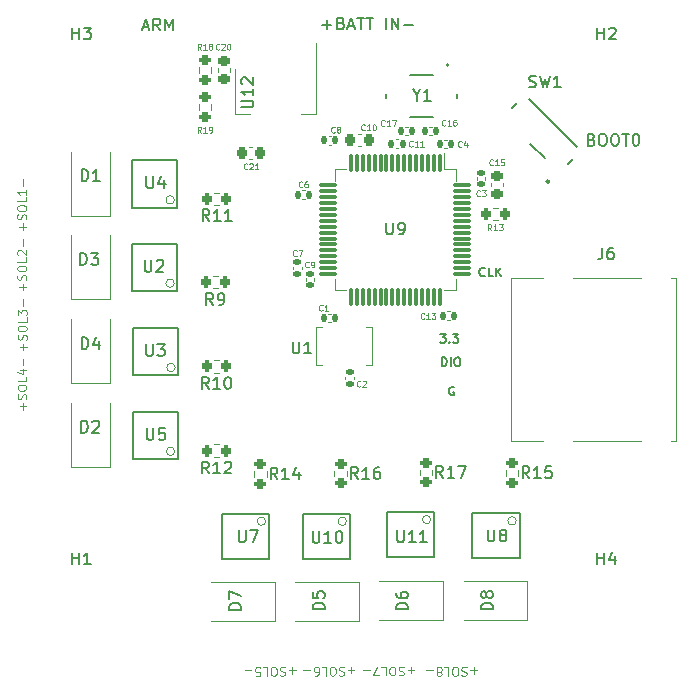
<source format=gto>
G04 #@! TF.GenerationSoftware,KiCad,Pcbnew,(6.0.7)*
G04 #@! TF.CreationDate,2023-06-27T13:09:13-07:00*
G04 #@! TF.ProjectId,OBC-Attempt-5_Matcha_2_Layer_3,4f42432d-4174-4746-956d-70742d355f4d,rev?*
G04 #@! TF.SameCoordinates,Original*
G04 #@! TF.FileFunction,Legend,Top*
G04 #@! TF.FilePolarity,Positive*
%FSLAX46Y46*%
G04 Gerber Fmt 4.6, Leading zero omitted, Abs format (unit mm)*
G04 Created by KiCad (PCBNEW (6.0.7)) date 2023-06-27 13:09:13*
%MOMM*%
%LPD*%
G01*
G04 APERTURE LIST*
G04 Aperture macros list*
%AMRoundRect*
0 Rectangle with rounded corners*
0 $1 Rounding radius*
0 $2 $3 $4 $5 $6 $7 $8 $9 X,Y pos of 4 corners*
0 Add a 4 corners polygon primitive as box body*
4,1,4,$2,$3,$4,$5,$6,$7,$8,$9,$2,$3,0*
0 Add four circle primitives for the rounded corners*
1,1,$1+$1,$2,$3*
1,1,$1+$1,$4,$5*
1,1,$1+$1,$6,$7*
1,1,$1+$1,$8,$9*
0 Add four rect primitives between the rounded corners*
20,1,$1+$1,$2,$3,$4,$5,0*
20,1,$1+$1,$4,$5,$6,$7,0*
20,1,$1+$1,$6,$7,$8,$9,0*
20,1,$1+$1,$8,$9,$2,$3,0*%
%AMRotRect*
0 Rectangle, with rotation*
0 The origin of the aperture is its center*
0 $1 length*
0 $2 width*
0 $3 Rotation angle, in degrees counterclockwise*
0 Add horizontal line*
21,1,$1,$2,0,0,$3*%
G04 Aperture macros list end*
%ADD10C,0.150000*%
%ADD11C,0.100000*%
%ADD12C,0.120000*%
%ADD13C,0.152400*%
%ADD14C,0.050800*%
%ADD15C,0.127000*%
%ADD16C,0.250000*%
%ADD17C,0.200000*%
%ADD18C,3.200000*%
%ADD19RoundRect,0.200000X0.275000X-0.200000X0.275000X0.200000X-0.275000X0.200000X-0.275000X-0.200000X0*%
%ADD20RoundRect,0.200000X-0.200000X-0.275000X0.200000X-0.275000X0.200000X0.275000X-0.200000X0.275000X0*%
%ADD21R,1.800000X2.500000*%
%ADD22RoundRect,0.140000X0.140000X0.170000X-0.140000X0.170000X-0.140000X-0.170000X0.140000X-0.170000X0*%
%ADD23RoundRect,0.140000X-0.170000X0.140000X-0.170000X-0.140000X0.170000X-0.140000X0.170000X0.140000X0*%
%ADD24R,0.254000X0.482600*%
%ADD25R,0.482600X0.254000*%
%ADD26R,1.300000X0.600000*%
%ADD27R,0.600000X1.300000*%
%ADD28R,1.500000X2.000000*%
%ADD29R,3.800000X2.000000*%
%ADD30RoundRect,0.140000X-0.140000X-0.170000X0.140000X-0.170000X0.140000X0.170000X-0.140000X0.170000X0*%
%ADD31RoundRect,0.225000X0.225000X0.250000X-0.225000X0.250000X-0.225000X-0.250000X0.225000X-0.250000X0*%
%ADD32C,0.900000*%
%ADD33RotRect,0.700000X1.500000X135.000000*%
%ADD34RotRect,1.000000X0.800000X135.000000*%
%ADD35RoundRect,0.225000X-0.250000X0.225000X-0.250000X-0.225000X0.250000X-0.225000X0.250000X0.225000X0*%
%ADD36RoundRect,0.200000X-0.275000X0.200000X-0.275000X-0.200000X0.275000X-0.200000X0.275000X0.200000X0*%
%ADD37R,2.500000X1.800000*%
%ADD38RoundRect,0.140000X0.170000X-0.140000X0.170000X0.140000X-0.170000X0.140000X-0.170000X-0.140000X0*%
%ADD39R,1.500000X0.800000*%
%ADD40R,2.000000X1.450000*%
%ADD41RoundRect,0.075000X-0.075000X0.700000X-0.075000X-0.700000X0.075000X-0.700000X0.075000X0.700000X0*%
%ADD42RoundRect,0.075000X-0.700000X0.075000X-0.700000X-0.075000X0.700000X-0.075000X0.700000X0.075000X0*%
%ADD43R,1.800000X1.400000*%
%ADD44RoundRect,0.225000X0.250000X-0.225000X0.250000X0.225000X-0.250000X0.225000X-0.250000X-0.225000X0*%
%ADD45R,2.200000X2.200000*%
%ADD46C,2.200000*%
%ADD47R,2.000000X2.000000*%
%ADD48C,2.000000*%
%ADD49R,1.700000X1.700000*%
%ADD50O,1.700000X1.700000*%
G04 APERTURE END LIST*
D10*
X62125885Y-52935285D02*
X62590171Y-52935285D01*
X62340171Y-53221000D01*
X62447314Y-53221000D01*
X62518742Y-53256714D01*
X62554457Y-53292428D01*
X62590171Y-53363857D01*
X62590171Y-53542428D01*
X62554457Y-53613857D01*
X62518742Y-53649571D01*
X62447314Y-53685285D01*
X62233028Y-53685285D01*
X62161600Y-53649571D01*
X62125885Y-53613857D01*
X62911600Y-53613857D02*
X62947314Y-53649571D01*
X62911600Y-53685285D01*
X62875885Y-53649571D01*
X62911600Y-53613857D01*
X62911600Y-53685285D01*
X63197314Y-52935285D02*
X63661600Y-52935285D01*
X63411600Y-53221000D01*
X63518742Y-53221000D01*
X63590171Y-53256714D01*
X63625885Y-53292428D01*
X63661600Y-53363857D01*
X63661600Y-53542428D01*
X63625885Y-53613857D01*
X63590171Y-53649571D01*
X63518742Y-53685285D01*
X63304457Y-53685285D01*
X63233028Y-53649571D01*
X63197314Y-53613857D01*
D11*
X26793571Y-49260714D02*
X26793571Y-48689285D01*
X27079285Y-48975000D02*
X26507857Y-48975000D01*
X27043571Y-48367857D02*
X27079285Y-48260714D01*
X27079285Y-48082142D01*
X27043571Y-48010714D01*
X27007857Y-47975000D01*
X26936428Y-47939285D01*
X26865000Y-47939285D01*
X26793571Y-47975000D01*
X26757857Y-48010714D01*
X26722142Y-48082142D01*
X26686428Y-48225000D01*
X26650714Y-48296428D01*
X26615000Y-48332142D01*
X26543571Y-48367857D01*
X26472142Y-48367857D01*
X26400714Y-48332142D01*
X26365000Y-48296428D01*
X26329285Y-48225000D01*
X26329285Y-48046428D01*
X26365000Y-47939285D01*
X26329285Y-47475000D02*
X26329285Y-47332142D01*
X26365000Y-47260714D01*
X26436428Y-47189285D01*
X26579285Y-47153571D01*
X26829285Y-47153571D01*
X26972142Y-47189285D01*
X27043571Y-47260714D01*
X27079285Y-47332142D01*
X27079285Y-47475000D01*
X27043571Y-47546428D01*
X26972142Y-47617857D01*
X26829285Y-47653571D01*
X26579285Y-47653571D01*
X26436428Y-47617857D01*
X26365000Y-47546428D01*
X26329285Y-47475000D01*
X27079285Y-46475000D02*
X27079285Y-46832142D01*
X26329285Y-46832142D01*
X26400714Y-46260714D02*
X26365000Y-46225000D01*
X26329285Y-46153571D01*
X26329285Y-45975000D01*
X26365000Y-45903571D01*
X26400714Y-45867857D01*
X26472142Y-45832142D01*
X26543571Y-45832142D01*
X26650714Y-45867857D01*
X27079285Y-46296428D01*
X27079285Y-45832142D01*
X26793571Y-45510714D02*
X26793571Y-44939285D01*
X26843571Y-54340714D02*
X26843571Y-53769285D01*
X27129285Y-54055000D02*
X26557857Y-54055000D01*
X27093571Y-53447857D02*
X27129285Y-53340714D01*
X27129285Y-53162142D01*
X27093571Y-53090714D01*
X27057857Y-53055000D01*
X26986428Y-53019285D01*
X26915000Y-53019285D01*
X26843571Y-53055000D01*
X26807857Y-53090714D01*
X26772142Y-53162142D01*
X26736428Y-53305000D01*
X26700714Y-53376428D01*
X26665000Y-53412142D01*
X26593571Y-53447857D01*
X26522142Y-53447857D01*
X26450714Y-53412142D01*
X26415000Y-53376428D01*
X26379285Y-53305000D01*
X26379285Y-53126428D01*
X26415000Y-53019285D01*
X26379285Y-52555000D02*
X26379285Y-52412142D01*
X26415000Y-52340714D01*
X26486428Y-52269285D01*
X26629285Y-52233571D01*
X26879285Y-52233571D01*
X27022142Y-52269285D01*
X27093571Y-52340714D01*
X27129285Y-52412142D01*
X27129285Y-52555000D01*
X27093571Y-52626428D01*
X27022142Y-52697857D01*
X26879285Y-52733571D01*
X26629285Y-52733571D01*
X26486428Y-52697857D01*
X26415000Y-52626428D01*
X26379285Y-52555000D01*
X27129285Y-51555000D02*
X27129285Y-51912142D01*
X26379285Y-51912142D01*
X26379285Y-51376428D02*
X26379285Y-50912142D01*
X26665000Y-51162142D01*
X26665000Y-51055000D01*
X26700714Y-50983571D01*
X26736428Y-50947857D01*
X26807857Y-50912142D01*
X26986428Y-50912142D01*
X27057857Y-50947857D01*
X27093571Y-50983571D01*
X27129285Y-51055000D01*
X27129285Y-51269285D01*
X27093571Y-51340714D01*
X27057857Y-51376428D01*
X26843571Y-50590714D02*
X26843571Y-50019285D01*
D10*
X63306428Y-57445000D02*
X63235000Y-57409285D01*
X63127857Y-57409285D01*
X63020714Y-57445000D01*
X62949285Y-57516428D01*
X62913571Y-57587857D01*
X62877857Y-57730714D01*
X62877857Y-57837857D01*
X62913571Y-57980714D01*
X62949285Y-58052142D01*
X63020714Y-58123571D01*
X63127857Y-58159285D01*
X63199285Y-58159285D01*
X63306428Y-58123571D01*
X63342142Y-58087857D01*
X63342142Y-57837857D01*
X63199285Y-57837857D01*
D11*
X26813571Y-59360714D02*
X26813571Y-58789285D01*
X27099285Y-59075000D02*
X26527857Y-59075000D01*
X27063571Y-58467857D02*
X27099285Y-58360714D01*
X27099285Y-58182142D01*
X27063571Y-58110714D01*
X27027857Y-58075000D01*
X26956428Y-58039285D01*
X26885000Y-58039285D01*
X26813571Y-58075000D01*
X26777857Y-58110714D01*
X26742142Y-58182142D01*
X26706428Y-58325000D01*
X26670714Y-58396428D01*
X26635000Y-58432142D01*
X26563571Y-58467857D01*
X26492142Y-58467857D01*
X26420714Y-58432142D01*
X26385000Y-58396428D01*
X26349285Y-58325000D01*
X26349285Y-58146428D01*
X26385000Y-58039285D01*
X26349285Y-57575000D02*
X26349285Y-57432142D01*
X26385000Y-57360714D01*
X26456428Y-57289285D01*
X26599285Y-57253571D01*
X26849285Y-57253571D01*
X26992142Y-57289285D01*
X27063571Y-57360714D01*
X27099285Y-57432142D01*
X27099285Y-57575000D01*
X27063571Y-57646428D01*
X26992142Y-57717857D01*
X26849285Y-57753571D01*
X26599285Y-57753571D01*
X26456428Y-57717857D01*
X26385000Y-57646428D01*
X26349285Y-57575000D01*
X27099285Y-56575000D02*
X27099285Y-56932142D01*
X26349285Y-56932142D01*
X26599285Y-56003571D02*
X27099285Y-56003571D01*
X26313571Y-56182142D02*
X26849285Y-56360714D01*
X26849285Y-55896428D01*
X26813571Y-55610714D02*
X26813571Y-55039285D01*
X26793571Y-44150714D02*
X26793571Y-43579285D01*
X27079285Y-43865000D02*
X26507857Y-43865000D01*
X27043571Y-43257857D02*
X27079285Y-43150714D01*
X27079285Y-42972142D01*
X27043571Y-42900714D01*
X27007857Y-42865000D01*
X26936428Y-42829285D01*
X26865000Y-42829285D01*
X26793571Y-42865000D01*
X26757857Y-42900714D01*
X26722142Y-42972142D01*
X26686428Y-43115000D01*
X26650714Y-43186428D01*
X26615000Y-43222142D01*
X26543571Y-43257857D01*
X26472142Y-43257857D01*
X26400714Y-43222142D01*
X26365000Y-43186428D01*
X26329285Y-43115000D01*
X26329285Y-42936428D01*
X26365000Y-42829285D01*
X26329285Y-42365000D02*
X26329285Y-42222142D01*
X26365000Y-42150714D01*
X26436428Y-42079285D01*
X26579285Y-42043571D01*
X26829285Y-42043571D01*
X26972142Y-42079285D01*
X27043571Y-42150714D01*
X27079285Y-42222142D01*
X27079285Y-42365000D01*
X27043571Y-42436428D01*
X26972142Y-42507857D01*
X26829285Y-42543571D01*
X26579285Y-42543571D01*
X26436428Y-42507857D01*
X26365000Y-42436428D01*
X26329285Y-42365000D01*
X27079285Y-41365000D02*
X27079285Y-41722142D01*
X26329285Y-41722142D01*
X27079285Y-40722142D02*
X27079285Y-41150714D01*
X27079285Y-40936428D02*
X26329285Y-40936428D01*
X26436428Y-41007857D01*
X26507857Y-41079285D01*
X26543571Y-41150714D01*
X26793571Y-40400714D02*
X26793571Y-39829285D01*
X59940714Y-81396428D02*
X59369285Y-81396428D01*
X59655000Y-81110714D02*
X59655000Y-81682142D01*
X59047857Y-81146428D02*
X58940714Y-81110714D01*
X58762142Y-81110714D01*
X58690714Y-81146428D01*
X58655000Y-81182142D01*
X58619285Y-81253571D01*
X58619285Y-81325000D01*
X58655000Y-81396428D01*
X58690714Y-81432142D01*
X58762142Y-81467857D01*
X58905000Y-81503571D01*
X58976428Y-81539285D01*
X59012142Y-81575000D01*
X59047857Y-81646428D01*
X59047857Y-81717857D01*
X59012142Y-81789285D01*
X58976428Y-81825000D01*
X58905000Y-81860714D01*
X58726428Y-81860714D01*
X58619285Y-81825000D01*
X58155000Y-81860714D02*
X58012142Y-81860714D01*
X57940714Y-81825000D01*
X57869285Y-81753571D01*
X57833571Y-81610714D01*
X57833571Y-81360714D01*
X57869285Y-81217857D01*
X57940714Y-81146428D01*
X58012142Y-81110714D01*
X58155000Y-81110714D01*
X58226428Y-81146428D01*
X58297857Y-81217857D01*
X58333571Y-81360714D01*
X58333571Y-81610714D01*
X58297857Y-81753571D01*
X58226428Y-81825000D01*
X58155000Y-81860714D01*
X57155000Y-81110714D02*
X57512142Y-81110714D01*
X57512142Y-81860714D01*
X56976428Y-81860714D02*
X56476428Y-81860714D01*
X56797857Y-81110714D01*
X56190714Y-81396428D02*
X55619285Y-81396428D01*
D10*
X65923571Y-48007857D02*
X65887857Y-48043571D01*
X65780714Y-48079285D01*
X65709285Y-48079285D01*
X65602142Y-48043571D01*
X65530714Y-47972142D01*
X65495000Y-47900714D01*
X65459285Y-47757857D01*
X65459285Y-47650714D01*
X65495000Y-47507857D01*
X65530714Y-47436428D01*
X65602142Y-47365000D01*
X65709285Y-47329285D01*
X65780714Y-47329285D01*
X65887857Y-47365000D01*
X65923571Y-47400714D01*
X66602142Y-48079285D02*
X66245000Y-48079285D01*
X66245000Y-47329285D01*
X66852142Y-48079285D02*
X66852142Y-47329285D01*
X67280714Y-48079285D02*
X66959285Y-47650714D01*
X67280714Y-47329285D02*
X66852142Y-47757857D01*
D11*
X54880714Y-81406428D02*
X54309285Y-81406428D01*
X54595000Y-81120714D02*
X54595000Y-81692142D01*
X53987857Y-81156428D02*
X53880714Y-81120714D01*
X53702142Y-81120714D01*
X53630714Y-81156428D01*
X53595000Y-81192142D01*
X53559285Y-81263571D01*
X53559285Y-81335000D01*
X53595000Y-81406428D01*
X53630714Y-81442142D01*
X53702142Y-81477857D01*
X53845000Y-81513571D01*
X53916428Y-81549285D01*
X53952142Y-81585000D01*
X53987857Y-81656428D01*
X53987857Y-81727857D01*
X53952142Y-81799285D01*
X53916428Y-81835000D01*
X53845000Y-81870714D01*
X53666428Y-81870714D01*
X53559285Y-81835000D01*
X53095000Y-81870714D02*
X52952142Y-81870714D01*
X52880714Y-81835000D01*
X52809285Y-81763571D01*
X52773571Y-81620714D01*
X52773571Y-81370714D01*
X52809285Y-81227857D01*
X52880714Y-81156428D01*
X52952142Y-81120714D01*
X53095000Y-81120714D01*
X53166428Y-81156428D01*
X53237857Y-81227857D01*
X53273571Y-81370714D01*
X53273571Y-81620714D01*
X53237857Y-81763571D01*
X53166428Y-81835000D01*
X53095000Y-81870714D01*
X52095000Y-81120714D02*
X52452142Y-81120714D01*
X52452142Y-81870714D01*
X51523571Y-81870714D02*
X51666428Y-81870714D01*
X51737857Y-81835000D01*
X51773571Y-81799285D01*
X51845000Y-81692142D01*
X51880714Y-81549285D01*
X51880714Y-81263571D01*
X51845000Y-81192142D01*
X51809285Y-81156428D01*
X51737857Y-81120714D01*
X51595000Y-81120714D01*
X51523571Y-81156428D01*
X51487857Y-81192142D01*
X51452142Y-81263571D01*
X51452142Y-81442142D01*
X51487857Y-81513571D01*
X51523571Y-81549285D01*
X51595000Y-81585000D01*
X51737857Y-81585000D01*
X51809285Y-81549285D01*
X51845000Y-81513571D01*
X51880714Y-81442142D01*
X51130714Y-81406428D02*
X50559285Y-81406428D01*
X49900714Y-81426428D02*
X49329285Y-81426428D01*
X49615000Y-81140714D02*
X49615000Y-81712142D01*
X49007857Y-81176428D02*
X48900714Y-81140714D01*
X48722142Y-81140714D01*
X48650714Y-81176428D01*
X48615000Y-81212142D01*
X48579285Y-81283571D01*
X48579285Y-81355000D01*
X48615000Y-81426428D01*
X48650714Y-81462142D01*
X48722142Y-81497857D01*
X48865000Y-81533571D01*
X48936428Y-81569285D01*
X48972142Y-81605000D01*
X49007857Y-81676428D01*
X49007857Y-81747857D01*
X48972142Y-81819285D01*
X48936428Y-81855000D01*
X48865000Y-81890714D01*
X48686428Y-81890714D01*
X48579285Y-81855000D01*
X48115000Y-81890714D02*
X47972142Y-81890714D01*
X47900714Y-81855000D01*
X47829285Y-81783571D01*
X47793571Y-81640714D01*
X47793571Y-81390714D01*
X47829285Y-81247857D01*
X47900714Y-81176428D01*
X47972142Y-81140714D01*
X48115000Y-81140714D01*
X48186428Y-81176428D01*
X48257857Y-81247857D01*
X48293571Y-81390714D01*
X48293571Y-81640714D01*
X48257857Y-81783571D01*
X48186428Y-81855000D01*
X48115000Y-81890714D01*
X47115000Y-81140714D02*
X47472142Y-81140714D01*
X47472142Y-81890714D01*
X46507857Y-81890714D02*
X46865000Y-81890714D01*
X46900714Y-81533571D01*
X46865000Y-81569285D01*
X46793571Y-81605000D01*
X46615000Y-81605000D01*
X46543571Y-81569285D01*
X46507857Y-81533571D01*
X46472142Y-81462142D01*
X46472142Y-81283571D01*
X46507857Y-81212142D01*
X46543571Y-81176428D01*
X46615000Y-81140714D01*
X46793571Y-81140714D01*
X46865000Y-81176428D01*
X46900714Y-81212142D01*
X46150714Y-81426428D02*
X45579285Y-81426428D01*
D10*
X36950476Y-26966666D02*
X37426666Y-26966666D01*
X36855238Y-27252380D02*
X37188571Y-26252380D01*
X37521904Y-27252380D01*
X38426666Y-27252380D02*
X38093333Y-26776190D01*
X37855238Y-27252380D02*
X37855238Y-26252380D01*
X38236190Y-26252380D01*
X38331428Y-26300000D01*
X38379047Y-26347619D01*
X38426666Y-26442857D01*
X38426666Y-26585714D01*
X38379047Y-26680952D01*
X38331428Y-26728571D01*
X38236190Y-26776190D01*
X37855238Y-26776190D01*
X38855238Y-27252380D02*
X38855238Y-26252380D01*
X39188571Y-26966666D01*
X39521904Y-26252380D01*
X39521904Y-27252380D01*
X52156666Y-26781428D02*
X52918571Y-26781428D01*
X52537619Y-27162380D02*
X52537619Y-26400476D01*
X53728095Y-26638571D02*
X53870952Y-26686190D01*
X53918571Y-26733809D01*
X53966190Y-26829047D01*
X53966190Y-26971904D01*
X53918571Y-27067142D01*
X53870952Y-27114761D01*
X53775714Y-27162380D01*
X53394761Y-27162380D01*
X53394761Y-26162380D01*
X53728095Y-26162380D01*
X53823333Y-26210000D01*
X53870952Y-26257619D01*
X53918571Y-26352857D01*
X53918571Y-26448095D01*
X53870952Y-26543333D01*
X53823333Y-26590952D01*
X53728095Y-26638571D01*
X53394761Y-26638571D01*
X54347142Y-26876666D02*
X54823333Y-26876666D01*
X54251904Y-27162380D02*
X54585238Y-26162380D01*
X54918571Y-27162380D01*
X55109047Y-26162380D02*
X55680476Y-26162380D01*
X55394761Y-27162380D02*
X55394761Y-26162380D01*
X55870952Y-26162380D02*
X56442380Y-26162380D01*
X56156666Y-27162380D02*
X56156666Y-26162380D01*
X57537619Y-27162380D02*
X57537619Y-26162380D01*
X58013809Y-27162380D02*
X58013809Y-26162380D01*
X58585238Y-27162380D01*
X58585238Y-26162380D01*
X59061428Y-26781428D02*
X59823333Y-26781428D01*
D11*
X65260714Y-81436428D02*
X64689285Y-81436428D01*
X64975000Y-81150714D02*
X64975000Y-81722142D01*
X64367857Y-81186428D02*
X64260714Y-81150714D01*
X64082142Y-81150714D01*
X64010714Y-81186428D01*
X63975000Y-81222142D01*
X63939285Y-81293571D01*
X63939285Y-81365000D01*
X63975000Y-81436428D01*
X64010714Y-81472142D01*
X64082142Y-81507857D01*
X64225000Y-81543571D01*
X64296428Y-81579285D01*
X64332142Y-81615000D01*
X64367857Y-81686428D01*
X64367857Y-81757857D01*
X64332142Y-81829285D01*
X64296428Y-81865000D01*
X64225000Y-81900714D01*
X64046428Y-81900714D01*
X63939285Y-81865000D01*
X63475000Y-81900714D02*
X63332142Y-81900714D01*
X63260714Y-81865000D01*
X63189285Y-81793571D01*
X63153571Y-81650714D01*
X63153571Y-81400714D01*
X63189285Y-81257857D01*
X63260714Y-81186428D01*
X63332142Y-81150714D01*
X63475000Y-81150714D01*
X63546428Y-81186428D01*
X63617857Y-81257857D01*
X63653571Y-81400714D01*
X63653571Y-81650714D01*
X63617857Y-81793571D01*
X63546428Y-81865000D01*
X63475000Y-81900714D01*
X62475000Y-81150714D02*
X62832142Y-81150714D01*
X62832142Y-81900714D01*
X62117857Y-81579285D02*
X62189285Y-81615000D01*
X62225000Y-81650714D01*
X62260714Y-81722142D01*
X62260714Y-81757857D01*
X62225000Y-81829285D01*
X62189285Y-81865000D01*
X62117857Y-81900714D01*
X61975000Y-81900714D01*
X61903571Y-81865000D01*
X61867857Y-81829285D01*
X61832142Y-81757857D01*
X61832142Y-81722142D01*
X61867857Y-81650714D01*
X61903571Y-81615000D01*
X61975000Y-81579285D01*
X62117857Y-81579285D01*
X62189285Y-81543571D01*
X62225000Y-81507857D01*
X62260714Y-81436428D01*
X62260714Y-81293571D01*
X62225000Y-81222142D01*
X62189285Y-81186428D01*
X62117857Y-81150714D01*
X61975000Y-81150714D01*
X61903571Y-81186428D01*
X61867857Y-81222142D01*
X61832142Y-81293571D01*
X61832142Y-81436428D01*
X61867857Y-81507857D01*
X61903571Y-81543571D01*
X61975000Y-81579285D01*
X61510714Y-81436428D02*
X60939285Y-81436428D01*
D10*
X62273742Y-55675285D02*
X62273742Y-54925285D01*
X62452314Y-54925285D01*
X62559457Y-54961000D01*
X62630885Y-55032428D01*
X62666600Y-55103857D01*
X62702314Y-55246714D01*
X62702314Y-55353857D01*
X62666600Y-55496714D01*
X62630885Y-55568142D01*
X62559457Y-55639571D01*
X62452314Y-55675285D01*
X62273742Y-55675285D01*
X63023742Y-55675285D02*
X63023742Y-54925285D01*
X63523742Y-54925285D02*
X63666600Y-54925285D01*
X63738028Y-54961000D01*
X63809457Y-55032428D01*
X63845171Y-55175285D01*
X63845171Y-55425285D01*
X63809457Y-55568142D01*
X63738028Y-55639571D01*
X63666600Y-55675285D01*
X63523742Y-55675285D01*
X63452314Y-55639571D01*
X63380885Y-55568142D01*
X63345171Y-55425285D01*
X63345171Y-55175285D01*
X63380885Y-55032428D01*
X63452314Y-54961000D01*
X63523742Y-54925285D01*
X74946666Y-36488571D02*
X75089523Y-36536190D01*
X75137142Y-36583809D01*
X75184761Y-36679047D01*
X75184761Y-36821904D01*
X75137142Y-36917142D01*
X75089523Y-36964761D01*
X74994285Y-37012380D01*
X74613333Y-37012380D01*
X74613333Y-36012380D01*
X74946666Y-36012380D01*
X75041904Y-36060000D01*
X75089523Y-36107619D01*
X75137142Y-36202857D01*
X75137142Y-36298095D01*
X75089523Y-36393333D01*
X75041904Y-36440952D01*
X74946666Y-36488571D01*
X74613333Y-36488571D01*
X75803809Y-36012380D02*
X75994285Y-36012380D01*
X76089523Y-36060000D01*
X76184761Y-36155238D01*
X76232380Y-36345714D01*
X76232380Y-36679047D01*
X76184761Y-36869523D01*
X76089523Y-36964761D01*
X75994285Y-37012380D01*
X75803809Y-37012380D01*
X75708571Y-36964761D01*
X75613333Y-36869523D01*
X75565714Y-36679047D01*
X75565714Y-36345714D01*
X75613333Y-36155238D01*
X75708571Y-36060000D01*
X75803809Y-36012380D01*
X76851428Y-36012380D02*
X77041904Y-36012380D01*
X77137142Y-36060000D01*
X77232380Y-36155238D01*
X77280000Y-36345714D01*
X77280000Y-36679047D01*
X77232380Y-36869523D01*
X77137142Y-36964761D01*
X77041904Y-37012380D01*
X76851428Y-37012380D01*
X76756190Y-36964761D01*
X76660952Y-36869523D01*
X76613333Y-36679047D01*
X76613333Y-36345714D01*
X76660952Y-36155238D01*
X76756190Y-36060000D01*
X76851428Y-36012380D01*
X77565714Y-36012380D02*
X78137142Y-36012380D01*
X77851428Y-37012380D02*
X77851428Y-36012380D01*
X78660952Y-36012380D02*
X78756190Y-36012380D01*
X78851428Y-36060000D01*
X78899047Y-36107619D01*
X78946666Y-36202857D01*
X78994285Y-36393333D01*
X78994285Y-36631428D01*
X78946666Y-36821904D01*
X78899047Y-36917142D01*
X78851428Y-36964761D01*
X78756190Y-37012380D01*
X78660952Y-37012380D01*
X78565714Y-36964761D01*
X78518095Y-36917142D01*
X78470476Y-36821904D01*
X78422857Y-36631428D01*
X78422857Y-36393333D01*
X78470476Y-36202857D01*
X78518095Y-36107619D01*
X78565714Y-36060000D01*
X78660952Y-36012380D01*
X75438095Y-72452380D02*
X75438095Y-71452380D01*
X75438095Y-71928571D02*
X76009523Y-71928571D01*
X76009523Y-72452380D02*
X76009523Y-71452380D01*
X76914285Y-71785714D02*
X76914285Y-72452380D01*
X76676190Y-71404761D02*
X76438095Y-72119047D01*
X77057142Y-72119047D01*
X30988095Y-28002380D02*
X30988095Y-27002380D01*
X30988095Y-27478571D02*
X31559523Y-27478571D01*
X31559523Y-28002380D02*
X31559523Y-27002380D01*
X31940476Y-27002380D02*
X32559523Y-27002380D01*
X32226190Y-27383333D01*
X32369047Y-27383333D01*
X32464285Y-27430952D01*
X32511904Y-27478571D01*
X32559523Y-27573809D01*
X32559523Y-27811904D01*
X32511904Y-27907142D01*
X32464285Y-27954761D01*
X32369047Y-28002380D01*
X32083333Y-28002380D01*
X31988095Y-27954761D01*
X31940476Y-27907142D01*
X75438095Y-28002380D02*
X75438095Y-27002380D01*
X75438095Y-27478571D02*
X76009523Y-27478571D01*
X76009523Y-28002380D02*
X76009523Y-27002380D01*
X76438095Y-27097619D02*
X76485714Y-27050000D01*
X76580952Y-27002380D01*
X76819047Y-27002380D01*
X76914285Y-27050000D01*
X76961904Y-27097619D01*
X77009523Y-27192857D01*
X77009523Y-27288095D01*
X76961904Y-27430952D01*
X76390476Y-28002380D01*
X77009523Y-28002380D01*
X30988095Y-72452380D02*
X30988095Y-71452380D01*
X30988095Y-71928571D02*
X31559523Y-71928571D01*
X31559523Y-72452380D02*
X31559523Y-71452380D01*
X32559523Y-72452380D02*
X31988095Y-72452380D01*
X32273809Y-72452380D02*
X32273809Y-71452380D01*
X32178571Y-71595238D01*
X32083333Y-71690476D01*
X31988095Y-71738095D01*
X55177142Y-65232380D02*
X54843809Y-64756190D01*
X54605714Y-65232380D02*
X54605714Y-64232380D01*
X54986666Y-64232380D01*
X55081904Y-64280000D01*
X55129523Y-64327619D01*
X55177142Y-64422857D01*
X55177142Y-64565714D01*
X55129523Y-64660952D01*
X55081904Y-64708571D01*
X54986666Y-64756190D01*
X54605714Y-64756190D01*
X56129523Y-65232380D02*
X55558095Y-65232380D01*
X55843809Y-65232380D02*
X55843809Y-64232380D01*
X55748571Y-64375238D01*
X55653333Y-64470476D01*
X55558095Y-64518095D01*
X56986666Y-64232380D02*
X56796190Y-64232380D01*
X56700952Y-64280000D01*
X56653333Y-64327619D01*
X56558095Y-64470476D01*
X56510476Y-64660952D01*
X56510476Y-65041904D01*
X56558095Y-65137142D01*
X56605714Y-65184761D01*
X56700952Y-65232380D01*
X56891428Y-65232380D01*
X56986666Y-65184761D01*
X57034285Y-65137142D01*
X57081904Y-65041904D01*
X57081904Y-64803809D01*
X57034285Y-64708571D01*
X56986666Y-64660952D01*
X56891428Y-64613333D01*
X56700952Y-64613333D01*
X56605714Y-64660952D01*
X56558095Y-64708571D01*
X56510476Y-64803809D01*
X42909933Y-50492380D02*
X42576600Y-50016190D01*
X42338504Y-50492380D02*
X42338504Y-49492380D01*
X42719457Y-49492380D01*
X42814695Y-49540000D01*
X42862314Y-49587619D01*
X42909933Y-49682857D01*
X42909933Y-49825714D01*
X42862314Y-49920952D01*
X42814695Y-49968571D01*
X42719457Y-50016190D01*
X42338504Y-50016190D01*
X43386123Y-50492380D02*
X43576600Y-50492380D01*
X43671838Y-50444761D01*
X43719457Y-50397142D01*
X43814695Y-50254285D01*
X43862314Y-50063809D01*
X43862314Y-49682857D01*
X43814695Y-49587619D01*
X43767076Y-49540000D01*
X43671838Y-49492380D01*
X43481361Y-49492380D01*
X43386123Y-49540000D01*
X43338504Y-49587619D01*
X43290885Y-49682857D01*
X43290885Y-49920952D01*
X43338504Y-50016190D01*
X43386123Y-50063809D01*
X43481361Y-50111428D01*
X43671838Y-50111428D01*
X43767076Y-50063809D01*
X43814695Y-50016190D01*
X43862314Y-49920952D01*
X31661904Y-47102380D02*
X31661904Y-46102380D01*
X31900000Y-46102380D01*
X32042857Y-46150000D01*
X32138095Y-46245238D01*
X32185714Y-46340476D01*
X32233333Y-46530952D01*
X32233333Y-46673809D01*
X32185714Y-46864285D01*
X32138095Y-46959523D01*
X32042857Y-47054761D01*
X31900000Y-47102380D01*
X31661904Y-47102380D01*
X32566666Y-46102380D02*
X33185714Y-46102380D01*
X32852380Y-46483333D01*
X32995238Y-46483333D01*
X33090476Y-46530952D01*
X33138095Y-46578571D01*
X33185714Y-46673809D01*
X33185714Y-46911904D01*
X33138095Y-47007142D01*
X33090476Y-47054761D01*
X32995238Y-47102380D01*
X32709523Y-47102380D01*
X32614285Y-47054761D01*
X32566666Y-47007142D01*
D11*
X59798571Y-37038571D02*
X59774761Y-37062380D01*
X59703333Y-37086190D01*
X59655714Y-37086190D01*
X59584285Y-37062380D01*
X59536666Y-37014761D01*
X59512857Y-36967142D01*
X59489047Y-36871904D01*
X59489047Y-36800476D01*
X59512857Y-36705238D01*
X59536666Y-36657619D01*
X59584285Y-36610000D01*
X59655714Y-36586190D01*
X59703333Y-36586190D01*
X59774761Y-36610000D01*
X59798571Y-36633809D01*
X60274761Y-37086190D02*
X59989047Y-37086190D01*
X60131904Y-37086190D02*
X60131904Y-36586190D01*
X60084285Y-36657619D01*
X60036666Y-36705238D01*
X59989047Y-36729047D01*
X60750952Y-37086190D02*
X60465238Y-37086190D01*
X60608095Y-37086190D02*
X60608095Y-36586190D01*
X60560476Y-36657619D01*
X60512857Y-36705238D01*
X60465238Y-36729047D01*
X49976666Y-46308571D02*
X49952857Y-46332380D01*
X49881428Y-46356190D01*
X49833809Y-46356190D01*
X49762380Y-46332380D01*
X49714761Y-46284761D01*
X49690952Y-46237142D01*
X49667142Y-46141904D01*
X49667142Y-46070476D01*
X49690952Y-45975238D01*
X49714761Y-45927619D01*
X49762380Y-45880000D01*
X49833809Y-45856190D01*
X49881428Y-45856190D01*
X49952857Y-45880000D01*
X49976666Y-45903809D01*
X50143333Y-45856190D02*
X50476666Y-45856190D01*
X50262380Y-46356190D01*
D10*
X31781904Y-54232380D02*
X31781904Y-53232380D01*
X32020000Y-53232380D01*
X32162857Y-53280000D01*
X32258095Y-53375238D01*
X32305714Y-53470476D01*
X32353333Y-53660952D01*
X32353333Y-53803809D01*
X32305714Y-53994285D01*
X32258095Y-54089523D01*
X32162857Y-54184761D01*
X32020000Y-54232380D01*
X31781904Y-54232380D01*
X33210476Y-53565714D02*
X33210476Y-54232380D01*
X32972380Y-53184761D02*
X32734285Y-53899047D01*
X33353333Y-53899047D01*
X49638095Y-53592380D02*
X49638095Y-54401904D01*
X49685714Y-54497142D01*
X49733333Y-54544761D01*
X49828571Y-54592380D01*
X50019047Y-54592380D01*
X50114285Y-54544761D01*
X50161904Y-54497142D01*
X50209523Y-54401904D01*
X50209523Y-53592380D01*
X51209523Y-54592380D02*
X50638095Y-54592380D01*
X50923809Y-54592380D02*
X50923809Y-53592380D01*
X50828571Y-53735238D01*
X50733333Y-53830476D01*
X50638095Y-53878095D01*
X37268095Y-39612380D02*
X37268095Y-40421904D01*
X37315714Y-40517142D01*
X37363333Y-40564761D01*
X37458571Y-40612380D01*
X37649047Y-40612380D01*
X37744285Y-40564761D01*
X37791904Y-40517142D01*
X37839523Y-40421904D01*
X37839523Y-39612380D01*
X38744285Y-39945714D02*
X38744285Y-40612380D01*
X38506190Y-39564761D02*
X38268095Y-40279047D01*
X38887142Y-40279047D01*
D11*
X52176666Y-50938571D02*
X52152857Y-50962380D01*
X52081428Y-50986190D01*
X52033809Y-50986190D01*
X51962380Y-50962380D01*
X51914761Y-50914761D01*
X51890952Y-50867142D01*
X51867142Y-50771904D01*
X51867142Y-50700476D01*
X51890952Y-50605238D01*
X51914761Y-50557619D01*
X51962380Y-50510000D01*
X52033809Y-50486190D01*
X52081428Y-50486190D01*
X52152857Y-50510000D01*
X52176666Y-50533809D01*
X52652857Y-50986190D02*
X52367142Y-50986190D01*
X52510000Y-50986190D02*
X52510000Y-50486190D01*
X52462380Y-50557619D01*
X52414761Y-50605238D01*
X52367142Y-50629047D01*
D10*
X58481904Y-69582380D02*
X58481904Y-70391904D01*
X58529523Y-70487142D01*
X58577142Y-70534761D01*
X58672380Y-70582380D01*
X58862857Y-70582380D01*
X58958095Y-70534761D01*
X59005714Y-70487142D01*
X59053333Y-70391904D01*
X59053333Y-69582380D01*
X60053333Y-70582380D02*
X59481904Y-70582380D01*
X59767619Y-70582380D02*
X59767619Y-69582380D01*
X59672380Y-69725238D01*
X59577142Y-69820476D01*
X59481904Y-69868095D01*
X61005714Y-70582380D02*
X60434285Y-70582380D01*
X60720000Y-70582380D02*
X60720000Y-69582380D01*
X60624761Y-69725238D01*
X60529523Y-69820476D01*
X60434285Y-69868095D01*
X45302380Y-33758095D02*
X46111904Y-33758095D01*
X46207142Y-33710476D01*
X46254761Y-33662857D01*
X46302380Y-33567619D01*
X46302380Y-33377142D01*
X46254761Y-33281904D01*
X46207142Y-33234285D01*
X46111904Y-33186666D01*
X45302380Y-33186666D01*
X46302380Y-32186666D02*
X46302380Y-32758095D01*
X46302380Y-32472380D02*
X45302380Y-32472380D01*
X45445238Y-32567619D01*
X45540476Y-32662857D01*
X45588095Y-32758095D01*
X45397619Y-31805714D02*
X45350000Y-31758095D01*
X45302380Y-31662857D01*
X45302380Y-31424761D01*
X45350000Y-31329523D01*
X45397619Y-31281904D01*
X45492857Y-31234285D01*
X45588095Y-31234285D01*
X45730952Y-31281904D01*
X46302380Y-31853333D01*
X46302380Y-31234285D01*
X42557142Y-64762380D02*
X42223809Y-64286190D01*
X41985714Y-64762380D02*
X41985714Y-63762380D01*
X42366666Y-63762380D01*
X42461904Y-63810000D01*
X42509523Y-63857619D01*
X42557142Y-63952857D01*
X42557142Y-64095714D01*
X42509523Y-64190952D01*
X42461904Y-64238571D01*
X42366666Y-64286190D01*
X41985714Y-64286190D01*
X43509523Y-64762380D02*
X42938095Y-64762380D01*
X43223809Y-64762380D02*
X43223809Y-63762380D01*
X43128571Y-63905238D01*
X43033333Y-64000476D01*
X42938095Y-64048095D01*
X43890476Y-63857619D02*
X43938095Y-63810000D01*
X44033333Y-63762380D01*
X44271428Y-63762380D01*
X44366666Y-63810000D01*
X44414285Y-63857619D01*
X44461904Y-63952857D01*
X44461904Y-64048095D01*
X44414285Y-64190952D01*
X43842857Y-64762380D01*
X44461904Y-64762380D01*
X45088095Y-69582380D02*
X45088095Y-70391904D01*
X45135714Y-70487142D01*
X45183333Y-70534761D01*
X45278571Y-70582380D01*
X45469047Y-70582380D01*
X45564285Y-70534761D01*
X45611904Y-70487142D01*
X45659523Y-70391904D01*
X45659523Y-69582380D01*
X46040476Y-69582380D02*
X46707142Y-69582380D01*
X46278571Y-70582380D01*
D11*
X60778571Y-51638571D02*
X60754761Y-51662380D01*
X60683333Y-51686190D01*
X60635714Y-51686190D01*
X60564285Y-51662380D01*
X60516666Y-51614761D01*
X60492857Y-51567142D01*
X60469047Y-51471904D01*
X60469047Y-51400476D01*
X60492857Y-51305238D01*
X60516666Y-51257619D01*
X60564285Y-51210000D01*
X60635714Y-51186190D01*
X60683333Y-51186190D01*
X60754761Y-51210000D01*
X60778571Y-51233809D01*
X61254761Y-51686190D02*
X60969047Y-51686190D01*
X61111904Y-51686190D02*
X61111904Y-51186190D01*
X61064285Y-51257619D01*
X61016666Y-51305238D01*
X60969047Y-51329047D01*
X61421428Y-51186190D02*
X61730952Y-51186190D01*
X61564285Y-51376666D01*
X61635714Y-51376666D01*
X61683333Y-51400476D01*
X61707142Y-51424285D01*
X61730952Y-51471904D01*
X61730952Y-51590952D01*
X61707142Y-51638571D01*
X61683333Y-51662380D01*
X61635714Y-51686190D01*
X61492857Y-51686190D01*
X61445238Y-51662380D01*
X61421428Y-51638571D01*
D10*
X69677142Y-65162380D02*
X69343809Y-64686190D01*
X69105714Y-65162380D02*
X69105714Y-64162380D01*
X69486666Y-64162380D01*
X69581904Y-64210000D01*
X69629523Y-64257619D01*
X69677142Y-64352857D01*
X69677142Y-64495714D01*
X69629523Y-64590952D01*
X69581904Y-64638571D01*
X69486666Y-64686190D01*
X69105714Y-64686190D01*
X70629523Y-65162380D02*
X70058095Y-65162380D01*
X70343809Y-65162380D02*
X70343809Y-64162380D01*
X70248571Y-64305238D01*
X70153333Y-64400476D01*
X70058095Y-64448095D01*
X71534285Y-64162380D02*
X71058095Y-64162380D01*
X71010476Y-64638571D01*
X71058095Y-64590952D01*
X71153333Y-64543333D01*
X71391428Y-64543333D01*
X71486666Y-64590952D01*
X71534285Y-64638571D01*
X71581904Y-64733809D01*
X71581904Y-64971904D01*
X71534285Y-65067142D01*
X71486666Y-65114761D01*
X71391428Y-65162380D01*
X71153333Y-65162380D01*
X71058095Y-65114761D01*
X71010476Y-65067142D01*
D11*
X45798571Y-38958571D02*
X45774761Y-38982380D01*
X45703333Y-39006190D01*
X45655714Y-39006190D01*
X45584285Y-38982380D01*
X45536666Y-38934761D01*
X45512857Y-38887142D01*
X45489047Y-38791904D01*
X45489047Y-38720476D01*
X45512857Y-38625238D01*
X45536666Y-38577619D01*
X45584285Y-38530000D01*
X45655714Y-38506190D01*
X45703333Y-38506190D01*
X45774761Y-38530000D01*
X45798571Y-38553809D01*
X45989047Y-38553809D02*
X46012857Y-38530000D01*
X46060476Y-38506190D01*
X46179523Y-38506190D01*
X46227142Y-38530000D01*
X46250952Y-38553809D01*
X46274761Y-38601428D01*
X46274761Y-38649047D01*
X46250952Y-38720476D01*
X45965238Y-39006190D01*
X46274761Y-39006190D01*
X46750952Y-39006190D02*
X46465238Y-39006190D01*
X46608095Y-39006190D02*
X46608095Y-38506190D01*
X46560476Y-38577619D01*
X46512857Y-38625238D01*
X46465238Y-38649047D01*
D10*
X66158095Y-69512380D02*
X66158095Y-70321904D01*
X66205714Y-70417142D01*
X66253333Y-70464761D01*
X66348571Y-70512380D01*
X66539047Y-70512380D01*
X66634285Y-70464761D01*
X66681904Y-70417142D01*
X66729523Y-70321904D01*
X66729523Y-69512380D01*
X67348571Y-69940952D02*
X67253333Y-69893333D01*
X67205714Y-69845714D01*
X67158095Y-69750476D01*
X67158095Y-69702857D01*
X67205714Y-69607619D01*
X67253333Y-69560000D01*
X67348571Y-69512380D01*
X67539047Y-69512380D01*
X67634285Y-69560000D01*
X67681904Y-69607619D01*
X67729523Y-69702857D01*
X67729523Y-69750476D01*
X67681904Y-69845714D01*
X67634285Y-69893333D01*
X67539047Y-69940952D01*
X67348571Y-69940952D01*
X67253333Y-69988571D01*
X67205714Y-70036190D01*
X67158095Y-70131428D01*
X67158095Y-70321904D01*
X67205714Y-70417142D01*
X67253333Y-70464761D01*
X67348571Y-70512380D01*
X67539047Y-70512380D01*
X67634285Y-70464761D01*
X67681904Y-70417142D01*
X67729523Y-70321904D01*
X67729523Y-70131428D01*
X67681904Y-70036190D01*
X67634285Y-69988571D01*
X67539047Y-69940952D01*
X37118095Y-46672380D02*
X37118095Y-47481904D01*
X37165714Y-47577142D01*
X37213333Y-47624761D01*
X37308571Y-47672380D01*
X37499047Y-47672380D01*
X37594285Y-47624761D01*
X37641904Y-47577142D01*
X37689523Y-47481904D01*
X37689523Y-46672380D01*
X38118095Y-46767619D02*
X38165714Y-46720000D01*
X38260952Y-46672380D01*
X38499047Y-46672380D01*
X38594285Y-46720000D01*
X38641904Y-46767619D01*
X38689523Y-46862857D01*
X38689523Y-46958095D01*
X38641904Y-47100952D01*
X38070476Y-47672380D01*
X38689523Y-47672380D01*
X48357142Y-65262380D02*
X48023809Y-64786190D01*
X47785714Y-65262380D02*
X47785714Y-64262380D01*
X48166666Y-64262380D01*
X48261904Y-64310000D01*
X48309523Y-64357619D01*
X48357142Y-64452857D01*
X48357142Y-64595714D01*
X48309523Y-64690952D01*
X48261904Y-64738571D01*
X48166666Y-64786190D01*
X47785714Y-64786190D01*
X49309523Y-65262380D02*
X48738095Y-65262380D01*
X49023809Y-65262380D02*
X49023809Y-64262380D01*
X48928571Y-64405238D01*
X48833333Y-64500476D01*
X48738095Y-64548095D01*
X50166666Y-64595714D02*
X50166666Y-65262380D01*
X49928571Y-64214761D02*
X49690476Y-64929047D01*
X50309523Y-64929047D01*
D11*
X55376666Y-57358571D02*
X55352857Y-57382380D01*
X55281428Y-57406190D01*
X55233809Y-57406190D01*
X55162380Y-57382380D01*
X55114761Y-57334761D01*
X55090952Y-57287142D01*
X55067142Y-57191904D01*
X55067142Y-57120476D01*
X55090952Y-57025238D01*
X55114761Y-56977619D01*
X55162380Y-56930000D01*
X55233809Y-56906190D01*
X55281428Y-56906190D01*
X55352857Y-56930000D01*
X55376666Y-56953809D01*
X55567142Y-56953809D02*
X55590952Y-56930000D01*
X55638571Y-56906190D01*
X55757619Y-56906190D01*
X55805238Y-56930000D01*
X55829047Y-56953809D01*
X55852857Y-57001428D01*
X55852857Y-57049047D01*
X55829047Y-57120476D01*
X55543333Y-57406190D01*
X55852857Y-57406190D01*
X50456666Y-40478571D02*
X50432857Y-40502380D01*
X50361428Y-40526190D01*
X50313809Y-40526190D01*
X50242380Y-40502380D01*
X50194761Y-40454761D01*
X50170952Y-40407142D01*
X50147142Y-40311904D01*
X50147142Y-40240476D01*
X50170952Y-40145238D01*
X50194761Y-40097619D01*
X50242380Y-40050000D01*
X50313809Y-40026190D01*
X50361428Y-40026190D01*
X50432857Y-40050000D01*
X50456666Y-40073809D01*
X50885238Y-40026190D02*
X50790000Y-40026190D01*
X50742380Y-40050000D01*
X50718571Y-40073809D01*
X50670952Y-40145238D01*
X50647142Y-40240476D01*
X50647142Y-40430952D01*
X50670952Y-40478571D01*
X50694761Y-40502380D01*
X50742380Y-40526190D01*
X50837619Y-40526190D01*
X50885238Y-40502380D01*
X50909047Y-40478571D01*
X50932857Y-40430952D01*
X50932857Y-40311904D01*
X50909047Y-40264285D01*
X50885238Y-40240476D01*
X50837619Y-40216666D01*
X50742380Y-40216666D01*
X50694761Y-40240476D01*
X50670952Y-40264285D01*
X50647142Y-40311904D01*
D10*
X69666666Y-32024761D02*
X69809523Y-32072380D01*
X70047619Y-32072380D01*
X70142857Y-32024761D01*
X70190476Y-31977142D01*
X70238095Y-31881904D01*
X70238095Y-31786666D01*
X70190476Y-31691428D01*
X70142857Y-31643809D01*
X70047619Y-31596190D01*
X69857142Y-31548571D01*
X69761904Y-31500952D01*
X69714285Y-31453333D01*
X69666666Y-31358095D01*
X69666666Y-31262857D01*
X69714285Y-31167619D01*
X69761904Y-31120000D01*
X69857142Y-31072380D01*
X70095238Y-31072380D01*
X70238095Y-31120000D01*
X70571428Y-31072380D02*
X70809523Y-32072380D01*
X71000000Y-31358095D01*
X71190476Y-32072380D01*
X71428571Y-31072380D01*
X72333333Y-32072380D02*
X71761904Y-32072380D01*
X72047619Y-32072380D02*
X72047619Y-31072380D01*
X71952380Y-31215238D01*
X71857142Y-31310476D01*
X71761904Y-31358095D01*
D11*
X43428571Y-28838571D02*
X43404761Y-28862380D01*
X43333333Y-28886190D01*
X43285714Y-28886190D01*
X43214285Y-28862380D01*
X43166666Y-28814761D01*
X43142857Y-28767142D01*
X43119047Y-28671904D01*
X43119047Y-28600476D01*
X43142857Y-28505238D01*
X43166666Y-28457619D01*
X43214285Y-28410000D01*
X43285714Y-28386190D01*
X43333333Y-28386190D01*
X43404761Y-28410000D01*
X43428571Y-28433809D01*
X43619047Y-28433809D02*
X43642857Y-28410000D01*
X43690476Y-28386190D01*
X43809523Y-28386190D01*
X43857142Y-28410000D01*
X43880952Y-28433809D01*
X43904761Y-28481428D01*
X43904761Y-28529047D01*
X43880952Y-28600476D01*
X43595238Y-28886190D01*
X43904761Y-28886190D01*
X44214285Y-28386190D02*
X44261904Y-28386190D01*
X44309523Y-28410000D01*
X44333333Y-28433809D01*
X44357142Y-28481428D01*
X44380952Y-28576666D01*
X44380952Y-28695714D01*
X44357142Y-28790952D01*
X44333333Y-28838571D01*
X44309523Y-28862380D01*
X44261904Y-28886190D01*
X44214285Y-28886190D01*
X44166666Y-28862380D01*
X44142857Y-28838571D01*
X44119047Y-28790952D01*
X44095238Y-28695714D01*
X44095238Y-28576666D01*
X44119047Y-28481428D01*
X44142857Y-28433809D01*
X44166666Y-28410000D01*
X44214285Y-28386190D01*
X63958260Y-37065124D02*
X63934451Y-37088933D01*
X63863022Y-37112743D01*
X63815403Y-37112743D01*
X63743974Y-37088933D01*
X63696355Y-37041314D01*
X63672546Y-36993695D01*
X63648736Y-36898457D01*
X63648736Y-36827029D01*
X63672546Y-36731791D01*
X63696355Y-36684172D01*
X63743974Y-36636553D01*
X63815403Y-36612743D01*
X63863022Y-36612743D01*
X63934451Y-36636553D01*
X63958260Y-36660362D01*
X64386832Y-36779410D02*
X64386832Y-37112743D01*
X64267784Y-36588933D02*
X64148736Y-36946076D01*
X64458260Y-36946076D01*
D10*
X62377142Y-65112380D02*
X62043809Y-64636190D01*
X61805714Y-65112380D02*
X61805714Y-64112380D01*
X62186666Y-64112380D01*
X62281904Y-64160000D01*
X62329523Y-64207619D01*
X62377142Y-64302857D01*
X62377142Y-64445714D01*
X62329523Y-64540952D01*
X62281904Y-64588571D01*
X62186666Y-64636190D01*
X61805714Y-64636190D01*
X63329523Y-65112380D02*
X62758095Y-65112380D01*
X63043809Y-65112380D02*
X63043809Y-64112380D01*
X62948571Y-64255238D01*
X62853333Y-64350476D01*
X62758095Y-64398095D01*
X63662857Y-64112380D02*
X64329523Y-64112380D01*
X63900952Y-65112380D01*
X37238095Y-53802380D02*
X37238095Y-54611904D01*
X37285714Y-54707142D01*
X37333333Y-54754761D01*
X37428571Y-54802380D01*
X37619047Y-54802380D01*
X37714285Y-54754761D01*
X37761904Y-54707142D01*
X37809523Y-54611904D01*
X37809523Y-53802380D01*
X38190476Y-53802380D02*
X38809523Y-53802380D01*
X38476190Y-54183333D01*
X38619047Y-54183333D01*
X38714285Y-54230952D01*
X38761904Y-54278571D01*
X38809523Y-54373809D01*
X38809523Y-54611904D01*
X38761904Y-54707142D01*
X38714285Y-54754761D01*
X38619047Y-54802380D01*
X38333333Y-54802380D01*
X38238095Y-54754761D01*
X38190476Y-54707142D01*
D11*
X41878571Y-28876190D02*
X41711904Y-28638095D01*
X41592857Y-28876190D02*
X41592857Y-28376190D01*
X41783333Y-28376190D01*
X41830952Y-28400000D01*
X41854761Y-28423809D01*
X41878571Y-28471428D01*
X41878571Y-28542857D01*
X41854761Y-28590476D01*
X41830952Y-28614285D01*
X41783333Y-28638095D01*
X41592857Y-28638095D01*
X42354761Y-28876190D02*
X42069047Y-28876190D01*
X42211904Y-28876190D02*
X42211904Y-28376190D01*
X42164285Y-28447619D01*
X42116666Y-28495238D01*
X42069047Y-28519047D01*
X42640476Y-28590476D02*
X42592857Y-28566666D01*
X42569047Y-28542857D01*
X42545238Y-28495238D01*
X42545238Y-28471428D01*
X42569047Y-28423809D01*
X42592857Y-28400000D01*
X42640476Y-28376190D01*
X42735714Y-28376190D01*
X42783333Y-28400000D01*
X42807142Y-28423809D01*
X42830952Y-28471428D01*
X42830952Y-28495238D01*
X42807142Y-28542857D01*
X42783333Y-28566666D01*
X42735714Y-28590476D01*
X42640476Y-28590476D01*
X42592857Y-28614285D01*
X42569047Y-28638095D01*
X42545238Y-28685714D01*
X42545238Y-28780952D01*
X42569047Y-28828571D01*
X42592857Y-28852380D01*
X42640476Y-28876190D01*
X42735714Y-28876190D01*
X42783333Y-28852380D01*
X42807142Y-28828571D01*
X42830952Y-28780952D01*
X42830952Y-28685714D01*
X42807142Y-28638095D01*
X42783333Y-28614285D01*
X42735714Y-28590476D01*
D10*
X31731904Y-61292380D02*
X31731904Y-60292380D01*
X31970000Y-60292380D01*
X32112857Y-60340000D01*
X32208095Y-60435238D01*
X32255714Y-60530476D01*
X32303333Y-60720952D01*
X32303333Y-60863809D01*
X32255714Y-61054285D01*
X32208095Y-61149523D01*
X32112857Y-61244761D01*
X31970000Y-61292380D01*
X31731904Y-61292380D01*
X32684285Y-60387619D02*
X32731904Y-60340000D01*
X32827142Y-60292380D01*
X33065238Y-60292380D01*
X33160476Y-60340000D01*
X33208095Y-60387619D01*
X33255714Y-60482857D01*
X33255714Y-60578095D01*
X33208095Y-60720952D01*
X32636666Y-61292380D01*
X33255714Y-61292380D01*
D11*
X55738571Y-35658571D02*
X55714761Y-35682380D01*
X55643333Y-35706190D01*
X55595714Y-35706190D01*
X55524285Y-35682380D01*
X55476666Y-35634761D01*
X55452857Y-35587142D01*
X55429047Y-35491904D01*
X55429047Y-35420476D01*
X55452857Y-35325238D01*
X55476666Y-35277619D01*
X55524285Y-35230000D01*
X55595714Y-35206190D01*
X55643333Y-35206190D01*
X55714761Y-35230000D01*
X55738571Y-35253809D01*
X56214761Y-35706190D02*
X55929047Y-35706190D01*
X56071904Y-35706190D02*
X56071904Y-35206190D01*
X56024285Y-35277619D01*
X55976666Y-35325238D01*
X55929047Y-35349047D01*
X56524285Y-35206190D02*
X56571904Y-35206190D01*
X56619523Y-35230000D01*
X56643333Y-35253809D01*
X56667142Y-35301428D01*
X56690952Y-35396666D01*
X56690952Y-35515714D01*
X56667142Y-35610952D01*
X56643333Y-35658571D01*
X56619523Y-35682380D01*
X56571904Y-35706190D01*
X56524285Y-35706190D01*
X56476666Y-35682380D01*
X56452857Y-35658571D01*
X56429047Y-35610952D01*
X56405238Y-35515714D01*
X56405238Y-35396666D01*
X56429047Y-35301428D01*
X56452857Y-35253809D01*
X56476666Y-35230000D01*
X56524285Y-35206190D01*
D10*
X59412380Y-76278095D02*
X58412380Y-76278095D01*
X58412380Y-76040000D01*
X58460000Y-75897142D01*
X58555238Y-75801904D01*
X58650476Y-75754285D01*
X58840952Y-75706666D01*
X58983809Y-75706666D01*
X59174285Y-75754285D01*
X59269523Y-75801904D01*
X59364761Y-75897142D01*
X59412380Y-76040000D01*
X59412380Y-76278095D01*
X58412380Y-74849523D02*
X58412380Y-75040000D01*
X58460000Y-75135238D01*
X58507619Y-75182857D01*
X58650476Y-75278095D01*
X58840952Y-75325714D01*
X59221904Y-75325714D01*
X59317142Y-75278095D01*
X59364761Y-75230476D01*
X59412380Y-75135238D01*
X59412380Y-74944761D01*
X59364761Y-74849523D01*
X59317142Y-74801904D01*
X59221904Y-74754285D01*
X58983809Y-74754285D01*
X58888571Y-74801904D01*
X58840952Y-74849523D01*
X58793333Y-74944761D01*
X58793333Y-75135238D01*
X58840952Y-75230476D01*
X58888571Y-75278095D01*
X58983809Y-75325714D01*
D11*
X57428571Y-35288571D02*
X57404761Y-35312380D01*
X57333333Y-35336190D01*
X57285714Y-35336190D01*
X57214285Y-35312380D01*
X57166666Y-35264761D01*
X57142857Y-35217142D01*
X57119047Y-35121904D01*
X57119047Y-35050476D01*
X57142857Y-34955238D01*
X57166666Y-34907619D01*
X57214285Y-34860000D01*
X57285714Y-34836190D01*
X57333333Y-34836190D01*
X57404761Y-34860000D01*
X57428571Y-34883809D01*
X57904761Y-35336190D02*
X57619047Y-35336190D01*
X57761904Y-35336190D02*
X57761904Y-34836190D01*
X57714285Y-34907619D01*
X57666666Y-34955238D01*
X57619047Y-34979047D01*
X58071428Y-34836190D02*
X58404761Y-34836190D01*
X58190476Y-35336190D01*
D10*
X42537142Y-57602380D02*
X42203809Y-57126190D01*
X41965714Y-57602380D02*
X41965714Y-56602380D01*
X42346666Y-56602380D01*
X42441904Y-56650000D01*
X42489523Y-56697619D01*
X42537142Y-56792857D01*
X42537142Y-56935714D01*
X42489523Y-57030952D01*
X42441904Y-57078571D01*
X42346666Y-57126190D01*
X41965714Y-57126190D01*
X43489523Y-57602380D02*
X42918095Y-57602380D01*
X43203809Y-57602380D02*
X43203809Y-56602380D01*
X43108571Y-56745238D01*
X43013333Y-56840476D01*
X42918095Y-56888095D01*
X44108571Y-56602380D02*
X44203809Y-56602380D01*
X44299047Y-56650000D01*
X44346666Y-56697619D01*
X44394285Y-56792857D01*
X44441904Y-56983333D01*
X44441904Y-57221428D01*
X44394285Y-57411904D01*
X44346666Y-57507142D01*
X44299047Y-57554761D01*
X44203809Y-57602380D01*
X44108571Y-57602380D01*
X44013333Y-57554761D01*
X43965714Y-57507142D01*
X43918095Y-57411904D01*
X43870476Y-57221428D01*
X43870476Y-56983333D01*
X43918095Y-56792857D01*
X43965714Y-56697619D01*
X44013333Y-56650000D01*
X44108571Y-56602380D01*
D11*
X53206666Y-35858571D02*
X53182857Y-35882380D01*
X53111428Y-35906190D01*
X53063809Y-35906190D01*
X52992380Y-35882380D01*
X52944761Y-35834761D01*
X52920952Y-35787142D01*
X52897142Y-35691904D01*
X52897142Y-35620476D01*
X52920952Y-35525238D01*
X52944761Y-35477619D01*
X52992380Y-35430000D01*
X53063809Y-35406190D01*
X53111428Y-35406190D01*
X53182857Y-35430000D01*
X53206666Y-35453809D01*
X53492380Y-35620476D02*
X53444761Y-35596666D01*
X53420952Y-35572857D01*
X53397142Y-35525238D01*
X53397142Y-35501428D01*
X53420952Y-35453809D01*
X53444761Y-35430000D01*
X53492380Y-35406190D01*
X53587619Y-35406190D01*
X53635238Y-35430000D01*
X53659047Y-35453809D01*
X53682857Y-35501428D01*
X53682857Y-35525238D01*
X53659047Y-35572857D01*
X53635238Y-35596666D01*
X53587619Y-35620476D01*
X53492380Y-35620476D01*
X53444761Y-35644285D01*
X53420952Y-35668095D01*
X53397142Y-35715714D01*
X53397142Y-35810952D01*
X53420952Y-35858571D01*
X53444761Y-35882380D01*
X53492380Y-35906190D01*
X53587619Y-35906190D01*
X53635238Y-35882380D01*
X53659047Y-35858571D01*
X53682857Y-35810952D01*
X53682857Y-35715714D01*
X53659047Y-35668095D01*
X53635238Y-35644285D01*
X53587619Y-35620476D01*
D10*
X52342380Y-76268095D02*
X51342380Y-76268095D01*
X51342380Y-76030000D01*
X51390000Y-75887142D01*
X51485238Y-75791904D01*
X51580476Y-75744285D01*
X51770952Y-75696666D01*
X51913809Y-75696666D01*
X52104285Y-75744285D01*
X52199523Y-75791904D01*
X52294761Y-75887142D01*
X52342380Y-76030000D01*
X52342380Y-76268095D01*
X51342380Y-74791904D02*
X51342380Y-75268095D01*
X51818571Y-75315714D01*
X51770952Y-75268095D01*
X51723333Y-75172857D01*
X51723333Y-74934761D01*
X51770952Y-74839523D01*
X51818571Y-74791904D01*
X51913809Y-74744285D01*
X52151904Y-74744285D01*
X52247142Y-74791904D01*
X52294761Y-74839523D01*
X52342380Y-74934761D01*
X52342380Y-75172857D01*
X52294761Y-75268095D01*
X52247142Y-75315714D01*
X42587142Y-43382380D02*
X42253809Y-42906190D01*
X42015714Y-43382380D02*
X42015714Y-42382380D01*
X42396666Y-42382380D01*
X42491904Y-42430000D01*
X42539523Y-42477619D01*
X42587142Y-42572857D01*
X42587142Y-42715714D01*
X42539523Y-42810952D01*
X42491904Y-42858571D01*
X42396666Y-42906190D01*
X42015714Y-42906190D01*
X43539523Y-43382380D02*
X42968095Y-43382380D01*
X43253809Y-43382380D02*
X43253809Y-42382380D01*
X43158571Y-42525238D01*
X43063333Y-42620476D01*
X42968095Y-42668095D01*
X44491904Y-43382380D02*
X43920476Y-43382380D01*
X44206190Y-43382380D02*
X44206190Y-42382380D01*
X44110952Y-42525238D01*
X44015714Y-42620476D01*
X43920476Y-42668095D01*
X45252380Y-76288095D02*
X44252380Y-76288095D01*
X44252380Y-76050000D01*
X44300000Y-75907142D01*
X44395238Y-75811904D01*
X44490476Y-75764285D01*
X44680952Y-75716666D01*
X44823809Y-75716666D01*
X45014285Y-75764285D01*
X45109523Y-75811904D01*
X45204761Y-75907142D01*
X45252380Y-76050000D01*
X45252380Y-76288095D01*
X44252380Y-75383333D02*
X44252380Y-74716666D01*
X45252380Y-75145238D01*
D11*
X66468571Y-44176190D02*
X66301904Y-43938095D01*
X66182857Y-44176190D02*
X66182857Y-43676190D01*
X66373333Y-43676190D01*
X66420952Y-43700000D01*
X66444761Y-43723809D01*
X66468571Y-43771428D01*
X66468571Y-43842857D01*
X66444761Y-43890476D01*
X66420952Y-43914285D01*
X66373333Y-43938095D01*
X66182857Y-43938095D01*
X66944761Y-44176190D02*
X66659047Y-44176190D01*
X66801904Y-44176190D02*
X66801904Y-43676190D01*
X66754285Y-43747619D01*
X66706666Y-43795238D01*
X66659047Y-43819047D01*
X67111428Y-43676190D02*
X67420952Y-43676190D01*
X67254285Y-43866666D01*
X67325714Y-43866666D01*
X67373333Y-43890476D01*
X67397142Y-43914285D01*
X67420952Y-43961904D01*
X67420952Y-44080952D01*
X67397142Y-44128571D01*
X67373333Y-44152380D01*
X67325714Y-44176190D01*
X67182857Y-44176190D01*
X67135238Y-44152380D01*
X67111428Y-44128571D01*
X65506220Y-41232405D02*
X65482411Y-41256214D01*
X65410982Y-41280024D01*
X65363363Y-41280024D01*
X65291934Y-41256214D01*
X65244315Y-41208595D01*
X65220506Y-41160976D01*
X65196696Y-41065738D01*
X65196696Y-40994310D01*
X65220506Y-40899072D01*
X65244315Y-40851453D01*
X65291934Y-40803834D01*
X65363363Y-40780024D01*
X65410982Y-40780024D01*
X65482411Y-40803834D01*
X65506220Y-40827643D01*
X65672887Y-40780024D02*
X65982411Y-40780024D01*
X65815744Y-40970500D01*
X65887173Y-40970500D01*
X65934792Y-40994310D01*
X65958601Y-41018119D01*
X65982411Y-41065738D01*
X65982411Y-41184786D01*
X65958601Y-41232405D01*
X65934792Y-41256214D01*
X65887173Y-41280024D01*
X65744315Y-41280024D01*
X65696696Y-41256214D01*
X65672887Y-41232405D01*
D10*
X75847166Y-45631580D02*
X75847166Y-46345866D01*
X75799547Y-46488723D01*
X75704309Y-46583961D01*
X75561452Y-46631580D01*
X75466214Y-46631580D01*
X76751928Y-45631580D02*
X76561452Y-45631580D01*
X76466214Y-45679200D01*
X76418595Y-45726819D01*
X76323357Y-45869676D01*
X76275738Y-46060152D01*
X76275738Y-46441104D01*
X76323357Y-46536342D01*
X76370976Y-46583961D01*
X76466214Y-46631580D01*
X76656690Y-46631580D01*
X76751928Y-46583961D01*
X76799547Y-46536342D01*
X76847166Y-46441104D01*
X76847166Y-46203009D01*
X76799547Y-46107771D01*
X76751928Y-46060152D01*
X76656690Y-46012533D01*
X76466214Y-46012533D01*
X76370976Y-46060152D01*
X76323357Y-46107771D01*
X76275738Y-46203009D01*
X66612380Y-76258095D02*
X65612380Y-76258095D01*
X65612380Y-76020000D01*
X65660000Y-75877142D01*
X65755238Y-75781904D01*
X65850476Y-75734285D01*
X66040952Y-75686666D01*
X66183809Y-75686666D01*
X66374285Y-75734285D01*
X66469523Y-75781904D01*
X66564761Y-75877142D01*
X66612380Y-76020000D01*
X66612380Y-76258095D01*
X66040952Y-75115238D02*
X65993333Y-75210476D01*
X65945714Y-75258095D01*
X65850476Y-75305714D01*
X65802857Y-75305714D01*
X65707619Y-75258095D01*
X65660000Y-75210476D01*
X65612380Y-75115238D01*
X65612380Y-74924761D01*
X65660000Y-74829523D01*
X65707619Y-74781904D01*
X65802857Y-74734285D01*
X65850476Y-74734285D01*
X65945714Y-74781904D01*
X65993333Y-74829523D01*
X66040952Y-74924761D01*
X66040952Y-75115238D01*
X66088571Y-75210476D01*
X66136190Y-75258095D01*
X66231428Y-75305714D01*
X66421904Y-75305714D01*
X66517142Y-75258095D01*
X66564761Y-75210476D01*
X66612380Y-75115238D01*
X66612380Y-74924761D01*
X66564761Y-74829523D01*
X66517142Y-74781904D01*
X66421904Y-74734285D01*
X66231428Y-74734285D01*
X66136190Y-74781904D01*
X66088571Y-74829523D01*
X66040952Y-74924761D01*
X57568095Y-43522380D02*
X57568095Y-44331904D01*
X57615714Y-44427142D01*
X57663333Y-44474761D01*
X57758571Y-44522380D01*
X57949047Y-44522380D01*
X58044285Y-44474761D01*
X58091904Y-44427142D01*
X58139523Y-44331904D01*
X58139523Y-43522380D01*
X58663333Y-44522380D02*
X58853809Y-44522380D01*
X58949047Y-44474761D01*
X58996666Y-44427142D01*
X59091904Y-44284285D01*
X59139523Y-44093809D01*
X59139523Y-43712857D01*
X59091904Y-43617619D01*
X59044285Y-43570000D01*
X58949047Y-43522380D01*
X58758571Y-43522380D01*
X58663333Y-43570000D01*
X58615714Y-43617619D01*
X58568095Y-43712857D01*
X58568095Y-43950952D01*
X58615714Y-44046190D01*
X58663333Y-44093809D01*
X58758571Y-44141428D01*
X58949047Y-44141428D01*
X59044285Y-44093809D01*
X59091904Y-44046190D01*
X59139523Y-43950952D01*
D11*
X51016666Y-47268571D02*
X50992857Y-47292380D01*
X50921428Y-47316190D01*
X50873809Y-47316190D01*
X50802380Y-47292380D01*
X50754761Y-47244761D01*
X50730952Y-47197142D01*
X50707142Y-47101904D01*
X50707142Y-47030476D01*
X50730952Y-46935238D01*
X50754761Y-46887619D01*
X50802380Y-46840000D01*
X50873809Y-46816190D01*
X50921428Y-46816190D01*
X50992857Y-46840000D01*
X51016666Y-46863809D01*
X51254761Y-47316190D02*
X51350000Y-47316190D01*
X51397619Y-47292380D01*
X51421428Y-47268571D01*
X51469047Y-47197142D01*
X51492857Y-47101904D01*
X51492857Y-46911428D01*
X51469047Y-46863809D01*
X51445238Y-46840000D01*
X51397619Y-46816190D01*
X51302380Y-46816190D01*
X51254761Y-46840000D01*
X51230952Y-46863809D01*
X51207142Y-46911428D01*
X51207142Y-47030476D01*
X51230952Y-47078095D01*
X51254761Y-47101904D01*
X51302380Y-47125714D01*
X51397619Y-47125714D01*
X51445238Y-47101904D01*
X51469047Y-47078095D01*
X51492857Y-47030476D01*
D10*
X60133809Y-32728690D02*
X60133809Y-33204880D01*
X59800476Y-32204880D02*
X60133809Y-32728690D01*
X60467142Y-32204880D01*
X61324285Y-33204880D02*
X60752857Y-33204880D01*
X61038571Y-33204880D02*
X61038571Y-32204880D01*
X60943333Y-32347738D01*
X60848095Y-32442976D01*
X60752857Y-32490595D01*
D11*
X66605514Y-38630006D02*
X66581704Y-38653815D01*
X66510276Y-38677625D01*
X66462657Y-38677625D01*
X66391228Y-38653815D01*
X66343609Y-38606196D01*
X66319800Y-38558577D01*
X66295990Y-38463339D01*
X66295990Y-38391911D01*
X66319800Y-38296673D01*
X66343609Y-38249054D01*
X66391228Y-38201435D01*
X66462657Y-38177625D01*
X66510276Y-38177625D01*
X66581704Y-38201435D01*
X66605514Y-38225244D01*
X67081704Y-38677625D02*
X66795990Y-38677625D01*
X66938847Y-38677625D02*
X66938847Y-38177625D01*
X66891228Y-38249054D01*
X66843609Y-38296673D01*
X66795990Y-38320482D01*
X67534085Y-38177625D02*
X67295990Y-38177625D01*
X67272181Y-38415720D01*
X67295990Y-38391911D01*
X67343609Y-38368101D01*
X67462657Y-38368101D01*
X67510276Y-38391911D01*
X67534085Y-38415720D01*
X67557895Y-38463339D01*
X67557895Y-38582387D01*
X67534085Y-38630006D01*
X67510276Y-38653815D01*
X67462657Y-38677625D01*
X67343609Y-38677625D01*
X67295990Y-38653815D01*
X67272181Y-38630006D01*
D10*
X37288095Y-60912380D02*
X37288095Y-61721904D01*
X37335714Y-61817142D01*
X37383333Y-61864761D01*
X37478571Y-61912380D01*
X37669047Y-61912380D01*
X37764285Y-61864761D01*
X37811904Y-61817142D01*
X37859523Y-61721904D01*
X37859523Y-60912380D01*
X38811904Y-60912380D02*
X38335714Y-60912380D01*
X38288095Y-61388571D01*
X38335714Y-61340952D01*
X38430952Y-61293333D01*
X38669047Y-61293333D01*
X38764285Y-61340952D01*
X38811904Y-61388571D01*
X38859523Y-61483809D01*
X38859523Y-61721904D01*
X38811904Y-61817142D01*
X38764285Y-61864761D01*
X38669047Y-61912380D01*
X38430952Y-61912380D01*
X38335714Y-61864761D01*
X38288095Y-61817142D01*
X51331904Y-69632380D02*
X51331904Y-70441904D01*
X51379523Y-70537142D01*
X51427142Y-70584761D01*
X51522380Y-70632380D01*
X51712857Y-70632380D01*
X51808095Y-70584761D01*
X51855714Y-70537142D01*
X51903333Y-70441904D01*
X51903333Y-69632380D01*
X52903333Y-70632380D02*
X52331904Y-70632380D01*
X52617619Y-70632380D02*
X52617619Y-69632380D01*
X52522380Y-69775238D01*
X52427142Y-69870476D01*
X52331904Y-69918095D01*
X53522380Y-69632380D02*
X53617619Y-69632380D01*
X53712857Y-69680000D01*
X53760476Y-69727619D01*
X53808095Y-69822857D01*
X53855714Y-70013333D01*
X53855714Y-70251428D01*
X53808095Y-70441904D01*
X53760476Y-70537142D01*
X53712857Y-70584761D01*
X53617619Y-70632380D01*
X53522380Y-70632380D01*
X53427142Y-70584761D01*
X53379523Y-70537142D01*
X53331904Y-70441904D01*
X53284285Y-70251428D01*
X53284285Y-70013333D01*
X53331904Y-69822857D01*
X53379523Y-69727619D01*
X53427142Y-69680000D01*
X53522380Y-69632380D01*
D11*
X62568571Y-35258571D02*
X62544761Y-35282380D01*
X62473333Y-35306190D01*
X62425714Y-35306190D01*
X62354285Y-35282380D01*
X62306666Y-35234761D01*
X62282857Y-35187142D01*
X62259047Y-35091904D01*
X62259047Y-35020476D01*
X62282857Y-34925238D01*
X62306666Y-34877619D01*
X62354285Y-34830000D01*
X62425714Y-34806190D01*
X62473333Y-34806190D01*
X62544761Y-34830000D01*
X62568571Y-34853809D01*
X63044761Y-35306190D02*
X62759047Y-35306190D01*
X62901904Y-35306190D02*
X62901904Y-34806190D01*
X62854285Y-34877619D01*
X62806666Y-34925238D01*
X62759047Y-34949047D01*
X63473333Y-34806190D02*
X63378095Y-34806190D01*
X63330476Y-34830000D01*
X63306666Y-34853809D01*
X63259047Y-34925238D01*
X63235238Y-35020476D01*
X63235238Y-35210952D01*
X63259047Y-35258571D01*
X63282857Y-35282380D01*
X63330476Y-35306190D01*
X63425714Y-35306190D01*
X63473333Y-35282380D01*
X63497142Y-35258571D01*
X63520952Y-35210952D01*
X63520952Y-35091904D01*
X63497142Y-35044285D01*
X63473333Y-35020476D01*
X63425714Y-34996666D01*
X63330476Y-34996666D01*
X63282857Y-35020476D01*
X63259047Y-35044285D01*
X63235238Y-35091904D01*
X41898571Y-35896190D02*
X41731904Y-35658095D01*
X41612857Y-35896190D02*
X41612857Y-35396190D01*
X41803333Y-35396190D01*
X41850952Y-35420000D01*
X41874761Y-35443809D01*
X41898571Y-35491428D01*
X41898571Y-35562857D01*
X41874761Y-35610476D01*
X41850952Y-35634285D01*
X41803333Y-35658095D01*
X41612857Y-35658095D01*
X42374761Y-35896190D02*
X42089047Y-35896190D01*
X42231904Y-35896190D02*
X42231904Y-35396190D01*
X42184285Y-35467619D01*
X42136666Y-35515238D01*
X42089047Y-35539047D01*
X42612857Y-35896190D02*
X42708095Y-35896190D01*
X42755714Y-35872380D01*
X42779523Y-35848571D01*
X42827142Y-35777142D01*
X42850952Y-35681904D01*
X42850952Y-35491428D01*
X42827142Y-35443809D01*
X42803333Y-35420000D01*
X42755714Y-35396190D01*
X42660476Y-35396190D01*
X42612857Y-35420000D01*
X42589047Y-35443809D01*
X42565238Y-35491428D01*
X42565238Y-35610476D01*
X42589047Y-35658095D01*
X42612857Y-35681904D01*
X42660476Y-35705714D01*
X42755714Y-35705714D01*
X42803333Y-35681904D01*
X42827142Y-35658095D01*
X42850952Y-35610476D01*
D10*
X31781904Y-40012380D02*
X31781904Y-39012380D01*
X32020000Y-39012380D01*
X32162857Y-39060000D01*
X32258095Y-39155238D01*
X32305714Y-39250476D01*
X32353333Y-39440952D01*
X32353333Y-39583809D01*
X32305714Y-39774285D01*
X32258095Y-39869523D01*
X32162857Y-39964761D01*
X32020000Y-40012380D01*
X31781904Y-40012380D01*
X33305714Y-40012380D02*
X32734285Y-40012380D01*
X33020000Y-40012380D02*
X33020000Y-39012380D01*
X32924761Y-39155238D01*
X32829523Y-39250476D01*
X32734285Y-39298095D01*
D12*
X54232500Y-65008858D02*
X54232500Y-64534342D01*
X53187500Y-65008858D02*
X53187500Y-64534342D01*
X42882742Y-49092500D02*
X43357258Y-49092500D01*
X42882742Y-48047500D02*
X43357258Y-48047500D01*
X30890000Y-50010000D02*
X30890000Y-44610000D01*
X34190000Y-50010000D02*
X34190000Y-44610000D01*
X30890000Y-50010000D02*
X34190000Y-50010000D01*
X58577836Y-37190000D02*
X58362164Y-37190000D01*
X58577836Y-36470000D02*
X58362164Y-36470000D01*
X50410000Y-47262164D02*
X50410000Y-47477836D01*
X49690000Y-47262164D02*
X49690000Y-47477836D01*
X30900000Y-57110000D02*
X30900000Y-51710000D01*
X30900000Y-57110000D02*
X34200000Y-57110000D01*
X34200000Y-57110000D02*
X34200000Y-51710000D01*
X55843780Y-55600600D02*
X56349900Y-55600600D01*
X56349900Y-52349400D02*
X55843780Y-52349400D01*
X52106220Y-52349400D02*
X51600100Y-52349400D01*
X56349900Y-55600600D02*
X56349900Y-52349400D01*
X51600100Y-52349400D02*
X51600100Y-55600600D01*
X51600100Y-55600600D02*
X52106220Y-55600600D01*
D13*
X36075000Y-38235500D02*
X36075000Y-42244500D01*
X39885000Y-38235500D02*
X36075000Y-38235500D01*
X36075000Y-42244500D02*
X39885000Y-42244500D01*
X39885000Y-42244500D02*
X39885000Y-38235500D01*
D14*
X39623200Y-41594400D02*
G75*
G03*
X39623200Y-41594400I-355600J0D01*
G01*
D12*
X52887836Y-51940000D02*
X52672164Y-51940000D01*
X52887836Y-51220000D02*
X52672164Y-51220000D01*
D13*
X57625500Y-71855000D02*
X61634500Y-71855000D01*
X61634500Y-71855000D02*
X61634500Y-68045000D01*
X57625500Y-68045000D02*
X57625500Y-71855000D01*
X61634500Y-68045000D02*
X57625500Y-68045000D01*
D14*
X61340000Y-68662400D02*
G75*
G03*
X61340000Y-68662400I-355600J0D01*
G01*
D12*
X44790000Y-34300000D02*
X46050000Y-34300000D01*
X51610000Y-28290000D02*
X51610000Y-34300000D01*
X51610000Y-34300000D02*
X50350000Y-34300000D01*
X44790000Y-30540000D02*
X44790000Y-34300000D01*
X42962742Y-63342500D02*
X43437258Y-63342500D01*
X42962742Y-62297500D02*
X43437258Y-62297500D01*
D13*
X47644500Y-71995000D02*
X47644500Y-68185000D01*
X43635500Y-71995000D02*
X47644500Y-71995000D01*
X47644500Y-68185000D02*
X43635500Y-68185000D01*
X43635500Y-68185000D02*
X43635500Y-71995000D01*
D14*
X47350000Y-68802400D02*
G75*
G03*
X47350000Y-68802400I-355600J0D01*
G01*
D12*
X62752164Y-51760000D02*
X62967836Y-51760000D01*
X62752164Y-51040000D02*
X62967836Y-51040000D01*
X68742500Y-64947258D02*
X68742500Y-64472742D01*
X67697500Y-64947258D02*
X67697500Y-64472742D01*
X46230580Y-37120000D02*
X45949420Y-37120000D01*
X46230580Y-38140000D02*
X45949420Y-38140000D01*
D13*
X64855500Y-68145000D02*
X64855500Y-71955000D01*
X68864500Y-71955000D02*
X68864500Y-68145000D01*
X64855500Y-71955000D02*
X68864500Y-71955000D01*
X68864500Y-68145000D02*
X64855500Y-68145000D01*
D14*
X68570000Y-68762400D02*
G75*
G03*
X68570000Y-68762400I-355600J0D01*
G01*
D13*
X36075000Y-45295500D02*
X36075000Y-49304500D01*
X39885000Y-49304500D02*
X39885000Y-45295500D01*
X39885000Y-45295500D02*
X36075000Y-45295500D01*
X36075000Y-49304500D02*
X39885000Y-49304500D01*
D14*
X39623200Y-48654400D02*
G75*
G03*
X39623200Y-48654400I-355600J0D01*
G01*
D12*
X46387900Y-65048857D02*
X46387900Y-64574341D01*
X47432900Y-65048857D02*
X47432900Y-64574341D01*
X54830000Y-56582164D02*
X54830000Y-56797836D01*
X54110000Y-56582164D02*
X54110000Y-56797836D01*
X50687836Y-41510000D02*
X50472164Y-41510000D01*
X50687836Y-40790000D02*
X50472164Y-40790000D01*
D15*
X73340940Y-38146676D02*
X72916676Y-38570940D01*
X70972132Y-38040610D02*
X69770051Y-36838528D01*
X73729848Y-37121371D02*
X69628629Y-33020152D01*
X68179060Y-33833324D02*
X68603324Y-33409060D01*
D16*
X71354975Y-40020509D02*
G75*
G03*
X71354975Y-40020509I-100000J0D01*
G01*
D12*
X44310000Y-30459420D02*
X44310000Y-30740580D01*
X43290000Y-30459420D02*
X43290000Y-30740580D01*
X62462164Y-37210000D02*
X62677836Y-37210000D01*
X62462164Y-36490000D02*
X62677836Y-36490000D01*
X60417900Y-64913858D02*
X60417900Y-64439342D01*
X61462900Y-64913858D02*
X61462900Y-64439342D01*
D13*
X36145000Y-52425500D02*
X36145000Y-56434500D01*
X39955000Y-52425500D02*
X36145000Y-52425500D01*
X36145000Y-56434500D02*
X39955000Y-56434500D01*
X39955000Y-56434500D02*
X39955000Y-52425500D01*
D14*
X39693200Y-55784400D02*
G75*
G03*
X39693200Y-55784400I-355600J0D01*
G01*
D12*
X41687500Y-30362742D02*
X41687500Y-30837258D01*
X42732500Y-30362742D02*
X42732500Y-30837258D01*
X30910000Y-64200000D02*
X34210000Y-64200000D01*
X30910000Y-64200000D02*
X30910000Y-58800000D01*
X34210000Y-64200000D02*
X34210000Y-58800000D01*
X55440580Y-36050000D02*
X55159420Y-36050000D01*
X55440580Y-37070000D02*
X55159420Y-37070000D01*
X62340000Y-73900000D02*
X56940000Y-73900000D01*
X62340000Y-77200000D02*
X56940000Y-77200000D01*
X62340000Y-77200000D02*
X62340000Y-73900000D01*
X59387836Y-36120000D02*
X59172164Y-36120000D01*
X59387836Y-35400000D02*
X59172164Y-35400000D01*
X42952742Y-55167500D02*
X43427258Y-55167500D01*
X42952742Y-56212500D02*
X43427258Y-56212500D01*
X52897836Y-36910000D02*
X52682164Y-36910000D01*
X52897836Y-36190000D02*
X52682164Y-36190000D01*
X55250000Y-77230000D02*
X55250000Y-73930000D01*
X55250000Y-73930000D02*
X49850000Y-73930000D01*
X55250000Y-77230000D02*
X49850000Y-77230000D01*
X42962742Y-40987500D02*
X43437258Y-40987500D01*
X42962742Y-42032500D02*
X43437258Y-42032500D01*
X48130000Y-77230000D02*
X48130000Y-73930000D01*
X48130000Y-77230000D02*
X42730000Y-77230000D01*
X48130000Y-73930000D02*
X42730000Y-73930000D01*
X66592742Y-42247500D02*
X67067258Y-42247500D01*
X66592742Y-43292500D02*
X67067258Y-43292500D01*
X65230000Y-39877836D02*
X65230000Y-39662164D01*
X65950000Y-39877836D02*
X65950000Y-39662164D01*
X82060000Y-48210000D02*
X82060000Y-62030000D01*
X68140000Y-62030000D02*
X68140000Y-48210000D01*
X82060000Y-62030000D02*
X81660000Y-62030000D01*
X70840000Y-48210000D02*
X68140000Y-48210000D01*
X79140000Y-48210000D02*
X73360000Y-48210000D01*
X79140000Y-62030000D02*
X73360000Y-62030000D01*
X70840000Y-62030000D02*
X68140000Y-62030000D01*
X82060000Y-48210000D02*
X81660000Y-48210000D01*
X69520000Y-73900000D02*
X64120000Y-73900000D01*
X69520000Y-77200000D02*
X69520000Y-73900000D01*
X69520000Y-77200000D02*
X64120000Y-77200000D01*
X63450000Y-48280000D02*
X63450000Y-49230000D01*
X53230000Y-49230000D02*
X54180000Y-49230000D01*
X63450000Y-39010000D02*
X62500000Y-39010000D01*
X53230000Y-39960000D02*
X53230000Y-39010000D01*
X62500000Y-39010000D02*
X62500000Y-37670000D01*
X53230000Y-39010000D02*
X54180000Y-39010000D01*
X63450000Y-49230000D02*
X62500000Y-49230000D01*
X63450000Y-39960000D02*
X63450000Y-39010000D01*
X53230000Y-48280000D02*
X53230000Y-49230000D01*
X50750000Y-48212164D02*
X50750000Y-48427836D01*
X51470000Y-48212164D02*
X51470000Y-48427836D01*
D15*
X61550000Y-34620000D02*
X59590000Y-34620000D01*
X61550000Y-31020000D02*
X59590000Y-31020000D01*
X57570000Y-32640000D02*
X57570000Y-33000000D01*
X63570000Y-32640000D02*
X63570000Y-33000000D01*
D17*
X62870000Y-30170000D02*
G75*
G03*
X62870000Y-30170000I-100000J0D01*
G01*
D12*
X66460000Y-40450580D02*
X66460000Y-40169420D01*
X67480000Y-40450580D02*
X67480000Y-40169420D01*
D13*
X36105000Y-59535500D02*
X36105000Y-63544500D01*
X39915000Y-59535500D02*
X36105000Y-59535500D01*
X36105000Y-63544500D02*
X39915000Y-63544500D01*
X39915000Y-63544500D02*
X39915000Y-59535500D01*
D14*
X39653200Y-62894400D02*
G75*
G03*
X39653200Y-62894400I-355600J0D01*
G01*
D13*
X54494500Y-72005000D02*
X54494500Y-68195000D01*
X54494500Y-68195000D02*
X50485500Y-68195000D01*
X50485500Y-68195000D02*
X50485500Y-72005000D01*
X50485500Y-72005000D02*
X54494500Y-72005000D01*
D14*
X54200000Y-68812400D02*
G75*
G03*
X54200000Y-68812400I-355600J0D01*
G01*
D12*
X61219769Y-36128426D02*
X61435441Y-36128426D01*
X61219769Y-35408426D02*
X61435441Y-35408426D01*
X42742500Y-33482742D02*
X42742500Y-33957258D01*
X41697500Y-33482742D02*
X41697500Y-33957258D01*
X34190000Y-42920000D02*
X34190000Y-37520000D01*
X30890000Y-42920000D02*
X30890000Y-37520000D01*
X30890000Y-42920000D02*
X34190000Y-42920000D01*
%LPC*%
D18*
X76200000Y-76200000D03*
X31750000Y-31750000D03*
X76200000Y-31750000D03*
X31750000Y-76200000D03*
D19*
X53710000Y-65596600D03*
X53710000Y-63946600D03*
D20*
X42295000Y-48570000D03*
X43945000Y-48570000D03*
D21*
X32540000Y-48610000D03*
X32540000Y-44610000D03*
D22*
X58950000Y-36830000D03*
X57990000Y-36830000D03*
D23*
X50050000Y-46890000D03*
X50050000Y-47850000D03*
D21*
X32550000Y-55710000D03*
X32550000Y-51710000D03*
D24*
X55475000Y-55130700D03*
X54975001Y-55130700D03*
X54474999Y-55130700D03*
X53975000Y-55130700D03*
X53475001Y-55130700D03*
X52974999Y-55130700D03*
X52475000Y-55130700D03*
D25*
X52063700Y-53975000D03*
D24*
X52475000Y-52819300D03*
X52974999Y-52819300D03*
X53475001Y-52819300D03*
X53975000Y-52819300D03*
X54474999Y-52819300D03*
X54975001Y-52819300D03*
X55475000Y-52819300D03*
D25*
X55886300Y-53975000D03*
D26*
X40780000Y-41510000D03*
X40780000Y-38970000D03*
X35180000Y-38970000D03*
X35180000Y-41510000D03*
D22*
X53260000Y-51580000D03*
X52300000Y-51580000D03*
D27*
X60900000Y-67150000D03*
X58360000Y-67150000D03*
X58360000Y-72750000D03*
X60900000Y-72750000D03*
D28*
X50500000Y-29240000D03*
X48200000Y-29240000D03*
D29*
X48200000Y-35540000D03*
D28*
X45900000Y-29240000D03*
D20*
X42375000Y-62820000D03*
X44025000Y-62820000D03*
D27*
X46910000Y-67290000D03*
X44370000Y-67290000D03*
X44370000Y-72890000D03*
X46910000Y-72890000D03*
D30*
X62380000Y-51400000D03*
X63340000Y-51400000D03*
D19*
X68220000Y-65535000D03*
X68220000Y-63885000D03*
D31*
X46865000Y-37630000D03*
X45315000Y-37630000D03*
D27*
X68130000Y-67250000D03*
X65590000Y-67250000D03*
X65590000Y-72850000D03*
X68130000Y-72850000D03*
D26*
X40780000Y-48570000D03*
X40780000Y-46030000D03*
X35180000Y-46030000D03*
X35180000Y-48570000D03*
D19*
X46910400Y-65636599D03*
X46910400Y-63986599D03*
D23*
X54470000Y-56210000D03*
X54470000Y-57170000D03*
D22*
X51060000Y-41150000D03*
X50100000Y-41150000D03*
D32*
X69699340Y-34929340D03*
X71820660Y-37050660D03*
D33*
X71113553Y-38818427D03*
X68992233Y-36697107D03*
X67931573Y-35636447D03*
D34*
X72658582Y-39253298D03*
X74023298Y-37888582D03*
X68861418Y-32726702D03*
X67496702Y-34091418D03*
D35*
X43800000Y-29825000D03*
X43800000Y-31375000D03*
D30*
X62090000Y-36850000D03*
X63050000Y-36850000D03*
D19*
X60940400Y-65501600D03*
X60940400Y-63851600D03*
D26*
X40850000Y-55700000D03*
X40850000Y-53160000D03*
X35250000Y-53160000D03*
X35250000Y-55700000D03*
D36*
X42210000Y-29775000D03*
X42210000Y-31425000D03*
D21*
X32560000Y-62800000D03*
X32560000Y-58800000D03*
D31*
X56075000Y-36560000D03*
X54525000Y-36560000D03*
D37*
X60940000Y-75550000D03*
X56940000Y-75550000D03*
D22*
X59760000Y-35760000D03*
X58800000Y-35760000D03*
D20*
X42365000Y-55690000D03*
X44015000Y-55690000D03*
D22*
X53270000Y-36550000D03*
X52310000Y-36550000D03*
D37*
X53850000Y-75580000D03*
X49850000Y-75580000D03*
D20*
X42375000Y-41510000D03*
X44025000Y-41510000D03*
D37*
X46730000Y-75580000D03*
X42730000Y-75580000D03*
D20*
X66005000Y-42770000D03*
X67655000Y-42770000D03*
D38*
X65590000Y-40250000D03*
X65590000Y-39290000D03*
D39*
X77800000Y-51920000D03*
X77800000Y-53020000D03*
X77800000Y-54120000D03*
X77800000Y-55220000D03*
X77800000Y-56320000D03*
X77800000Y-57420000D03*
X77800000Y-58520000D03*
X77800000Y-59620000D03*
D40*
X80400000Y-61995000D03*
X80400000Y-48245000D03*
X72100000Y-61995000D03*
X72100000Y-48245000D03*
D37*
X68120000Y-75550000D03*
X64120000Y-75550000D03*
D41*
X62090000Y-38445000D03*
X61590000Y-38445000D03*
X61090000Y-38445000D03*
X60590000Y-38445000D03*
X60090000Y-38445000D03*
X59590000Y-38445000D03*
X59090000Y-38445000D03*
X58590000Y-38445000D03*
X58090000Y-38445000D03*
X57590000Y-38445000D03*
X57090000Y-38445000D03*
X56590000Y-38445000D03*
X56090000Y-38445000D03*
X55590000Y-38445000D03*
X55090000Y-38445000D03*
X54590000Y-38445000D03*
D42*
X52665000Y-40370000D03*
X52665000Y-40870000D03*
X52665000Y-41370000D03*
X52665000Y-41870000D03*
X52665000Y-42370000D03*
X52665000Y-42870000D03*
X52665000Y-43370000D03*
X52665000Y-43870000D03*
X52665000Y-44370000D03*
X52665000Y-44870000D03*
X52665000Y-45370000D03*
X52665000Y-45870000D03*
X52665000Y-46370000D03*
X52665000Y-46870000D03*
X52665000Y-47370000D03*
X52665000Y-47870000D03*
D41*
X54590000Y-49795000D03*
X55090000Y-49795000D03*
X55590000Y-49795000D03*
X56090000Y-49795000D03*
X56590000Y-49795000D03*
X57090000Y-49795000D03*
X57590000Y-49795000D03*
X58090000Y-49795000D03*
X58590000Y-49795000D03*
X59090000Y-49795000D03*
X59590000Y-49795000D03*
X60090000Y-49795000D03*
X60590000Y-49795000D03*
X61090000Y-49795000D03*
X61590000Y-49795000D03*
X62090000Y-49795000D03*
D42*
X64015000Y-47870000D03*
X64015000Y-47370000D03*
X64015000Y-46870000D03*
X64015000Y-46370000D03*
X64015000Y-45870000D03*
X64015000Y-45370000D03*
X64015000Y-44870000D03*
X64015000Y-44370000D03*
X64015000Y-43870000D03*
X64015000Y-43370000D03*
X64015000Y-42870000D03*
X64015000Y-42370000D03*
X64015000Y-41870000D03*
X64015000Y-41370000D03*
X64015000Y-40870000D03*
X64015000Y-40370000D03*
D23*
X51110000Y-47840000D03*
X51110000Y-48800000D03*
D43*
X62770000Y-31620000D03*
X58370000Y-31620000D03*
X58370000Y-34020000D03*
X62770000Y-34020000D03*
D44*
X66970000Y-41085000D03*
X66970000Y-39535000D03*
D26*
X40810000Y-62810000D03*
X40810000Y-60270000D03*
X35210000Y-60270000D03*
X35210000Y-62810000D03*
D27*
X53760000Y-67300000D03*
X51220000Y-67300000D03*
X51220000Y-72900000D03*
X53760000Y-72900000D03*
D30*
X60847605Y-35768426D03*
X61807605Y-35768426D03*
D36*
X42220000Y-32895000D03*
X42220000Y-34545000D03*
D21*
X32540000Y-41520000D03*
X32540000Y-37520000D03*
D45*
X37080000Y-29060000D03*
D46*
X39620000Y-29060000D03*
D47*
X73610000Y-43880000D03*
D48*
X78610000Y-43880000D03*
D49*
X65700000Y-50150000D03*
D50*
X65700000Y-52690000D03*
X65700000Y-55230000D03*
X65700000Y-57770000D03*
D45*
X29120000Y-58390000D03*
D46*
X29120000Y-55850000D03*
X29120000Y-53310000D03*
X29120000Y-50770000D03*
X29120000Y-48230000D03*
X29120000Y-45690000D03*
X29120000Y-43150000D03*
X29120000Y-40610000D03*
D45*
X64330400Y-78836600D03*
D46*
X61790400Y-78836600D03*
X59250400Y-78836600D03*
X56710400Y-78836600D03*
X54170400Y-78836600D03*
X51630400Y-78836600D03*
X49090400Y-78836600D03*
X46550400Y-78836600D03*
D45*
X54700000Y-29000000D03*
D46*
X57240000Y-29000000D03*
M02*

</source>
